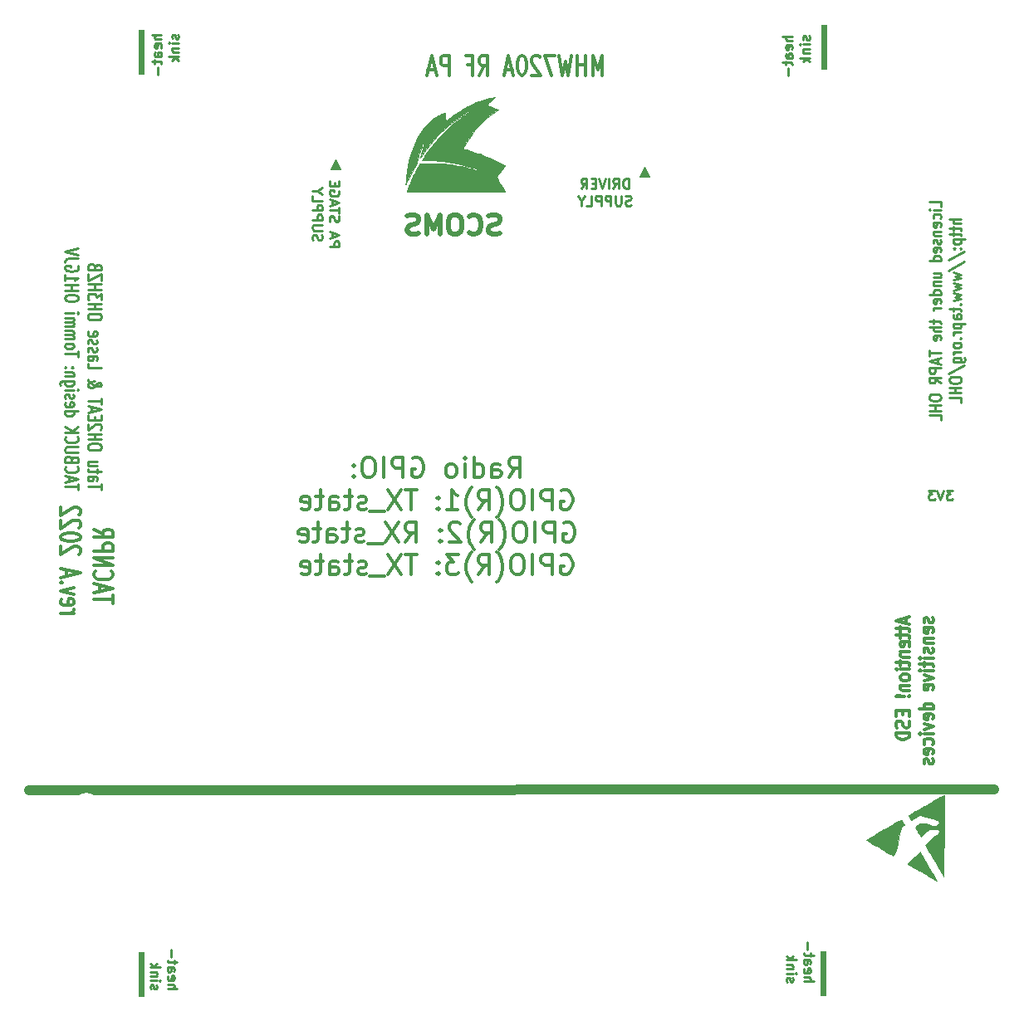
<source format=gbo>
G04 #@! TF.GenerationSoftware,KiCad,Pcbnew,5.99.0+really5.1.10+dfsg1-1*
G04 #@! TF.CreationDate,2022-04-29T12:02:54+03:00*
G04 #@! TF.ProjectId,TACNPR,5441434e-5052-42e6-9b69-6361645f7063,rev?*
G04 #@! TF.SameCoordinates,Original*
G04 #@! TF.FileFunction,Legend,Bot*
G04 #@! TF.FilePolarity,Positive*
%FSLAX46Y46*%
G04 Gerber Fmt 4.6, Leading zero omitted, Abs format (unit mm)*
G04 Created by KiCad (PCBNEW 5.99.0+really5.1.10+dfsg1-1) date 2022-04-29 12:02:54*
%MOMM*%
%LPD*%
G01*
G04 APERTURE LIST*
%ADD10C,0.100000*%
%ADD11C,0.250000*%
%ADD12C,1.000000*%
%ADD13C,0.500000*%
%ADD14C,0.300000*%
%ADD15C,0.350000*%
%ADD16C,0.010000*%
%ADD17C,0.375000*%
%ADD18C,2.350000*%
%ADD19O,1.700000X1.700000*%
%ADD20R,1.700000X1.700000*%
%ADD21C,2.600000*%
%ADD22R,2.600000X2.600000*%
%ADD23C,7.000000*%
%ADD24C,3.900000*%
%ADD25O,0.890000X1.550000*%
%ADD26O,1.250000X0.950000*%
%ADD27C,2.250000*%
%ADD28C,2.050000*%
G04 APERTURE END LIST*
D10*
G36*
X152463500Y-52324000D02*
G01*
X151447500Y-52324000D01*
X151955500Y-51308000D01*
X152463500Y-52324000D01*
G37*
X152463500Y-52324000D02*
X151447500Y-52324000D01*
X151955500Y-51308000D01*
X152463500Y-52324000D01*
D11*
X119802619Y-59443523D02*
X120802619Y-59443523D01*
X120802619Y-59062571D01*
X120755000Y-58967333D01*
X120707380Y-58919714D01*
X120612142Y-58872095D01*
X120469285Y-58872095D01*
X120374047Y-58919714D01*
X120326428Y-58967333D01*
X120278809Y-59062571D01*
X120278809Y-59443523D01*
X120088333Y-58491142D02*
X120088333Y-58014952D01*
X119802619Y-58586380D02*
X120802619Y-58253047D01*
X119802619Y-57919714D01*
X119850238Y-56872095D02*
X119802619Y-56729238D01*
X119802619Y-56491142D01*
X119850238Y-56395904D01*
X119897857Y-56348285D01*
X119993095Y-56300666D01*
X120088333Y-56300666D01*
X120183571Y-56348285D01*
X120231190Y-56395904D01*
X120278809Y-56491142D01*
X120326428Y-56681619D01*
X120374047Y-56776857D01*
X120421666Y-56824476D01*
X120516904Y-56872095D01*
X120612142Y-56872095D01*
X120707380Y-56824476D01*
X120755000Y-56776857D01*
X120802619Y-56681619D01*
X120802619Y-56443523D01*
X120755000Y-56300666D01*
X120802619Y-56014952D02*
X120802619Y-55443523D01*
X119802619Y-55729238D02*
X120802619Y-55729238D01*
X120088333Y-55157809D02*
X120088333Y-54681619D01*
X119802619Y-55253047D02*
X120802619Y-54919714D01*
X119802619Y-54586380D01*
X120755000Y-53729238D02*
X120802619Y-53824476D01*
X120802619Y-53967333D01*
X120755000Y-54110190D01*
X120659761Y-54205428D01*
X120564523Y-54253047D01*
X120374047Y-54300666D01*
X120231190Y-54300666D01*
X120040714Y-54253047D01*
X119945476Y-54205428D01*
X119850238Y-54110190D01*
X119802619Y-53967333D01*
X119802619Y-53872095D01*
X119850238Y-53729238D01*
X119897857Y-53681619D01*
X120231190Y-53681619D01*
X120231190Y-53872095D01*
X120326428Y-53253047D02*
X120326428Y-52919714D01*
X119802619Y-52776857D02*
X119802619Y-53253047D01*
X120802619Y-53253047D01*
X120802619Y-52776857D01*
X118100238Y-58776857D02*
X118052619Y-58634000D01*
X118052619Y-58395904D01*
X118100238Y-58300666D01*
X118147857Y-58253047D01*
X118243095Y-58205428D01*
X118338333Y-58205428D01*
X118433571Y-58253047D01*
X118481190Y-58300666D01*
X118528809Y-58395904D01*
X118576428Y-58586380D01*
X118624047Y-58681619D01*
X118671666Y-58729238D01*
X118766904Y-58776857D01*
X118862142Y-58776857D01*
X118957380Y-58729238D01*
X119005000Y-58681619D01*
X119052619Y-58586380D01*
X119052619Y-58348285D01*
X119005000Y-58205428D01*
X119052619Y-57776857D02*
X118243095Y-57776857D01*
X118147857Y-57729238D01*
X118100238Y-57681619D01*
X118052619Y-57586380D01*
X118052619Y-57395904D01*
X118100238Y-57300666D01*
X118147857Y-57253047D01*
X118243095Y-57205428D01*
X119052619Y-57205428D01*
X118052619Y-56729238D02*
X119052619Y-56729238D01*
X119052619Y-56348285D01*
X119005000Y-56253047D01*
X118957380Y-56205428D01*
X118862142Y-56157809D01*
X118719285Y-56157809D01*
X118624047Y-56205428D01*
X118576428Y-56253047D01*
X118528809Y-56348285D01*
X118528809Y-56729238D01*
X118052619Y-55729238D02*
X119052619Y-55729238D01*
X119052619Y-55348285D01*
X119005000Y-55253047D01*
X118957380Y-55205428D01*
X118862142Y-55157809D01*
X118719285Y-55157809D01*
X118624047Y-55205428D01*
X118576428Y-55253047D01*
X118528809Y-55348285D01*
X118528809Y-55729238D01*
X118052619Y-54253047D02*
X118052619Y-54729238D01*
X119052619Y-54729238D01*
X118528809Y-53729238D02*
X118052619Y-53729238D01*
X119052619Y-54062571D02*
X118528809Y-53729238D01*
X119052619Y-53395904D01*
X183336642Y-84288380D02*
X182717595Y-84288380D01*
X183050928Y-84669333D01*
X182908071Y-84669333D01*
X182812833Y-84716952D01*
X182765214Y-84764571D01*
X182717595Y-84859809D01*
X182717595Y-85097904D01*
X182765214Y-85193142D01*
X182812833Y-85240761D01*
X182908071Y-85288380D01*
X183193785Y-85288380D01*
X183289023Y-85240761D01*
X183336642Y-85193142D01*
X182431880Y-84288380D02*
X182098547Y-85288380D01*
X181765214Y-84288380D01*
X181527119Y-84288380D02*
X180908071Y-84288380D01*
X181241404Y-84669333D01*
X181098547Y-84669333D01*
X181003309Y-84716952D01*
X180955690Y-84764571D01*
X180908071Y-84859809D01*
X180908071Y-85097904D01*
X180955690Y-85193142D01*
X181003309Y-85240761D01*
X181098547Y-85288380D01*
X181384261Y-85288380D01*
X181479500Y-85240761D01*
X181527119Y-85193142D01*
D12*
X89204800Y-114858800D02*
X187604400Y-114757200D01*
D13*
X137175285Y-58086523D02*
X136889571Y-58181761D01*
X136413380Y-58181761D01*
X136222904Y-58086523D01*
X136127666Y-57991285D01*
X136032428Y-57800809D01*
X136032428Y-57610333D01*
X136127666Y-57419857D01*
X136222904Y-57324619D01*
X136413380Y-57229380D01*
X136794333Y-57134142D01*
X136984809Y-57038904D01*
X137080047Y-56943666D01*
X137175285Y-56753190D01*
X137175285Y-56562714D01*
X137080047Y-56372238D01*
X136984809Y-56277000D01*
X136794333Y-56181761D01*
X136318142Y-56181761D01*
X136032428Y-56277000D01*
X134032428Y-57991285D02*
X134127666Y-58086523D01*
X134413380Y-58181761D01*
X134603857Y-58181761D01*
X134889571Y-58086523D01*
X135080047Y-57896047D01*
X135175285Y-57705571D01*
X135270523Y-57324619D01*
X135270523Y-57038904D01*
X135175285Y-56657952D01*
X135080047Y-56467476D01*
X134889571Y-56277000D01*
X134603857Y-56181761D01*
X134413380Y-56181761D01*
X134127666Y-56277000D01*
X134032428Y-56372238D01*
X132794333Y-56181761D02*
X132413380Y-56181761D01*
X132222904Y-56277000D01*
X132032428Y-56467476D01*
X131937190Y-56848428D01*
X131937190Y-57515095D01*
X132032428Y-57896047D01*
X132222904Y-58086523D01*
X132413380Y-58181761D01*
X132794333Y-58181761D01*
X132984809Y-58086523D01*
X133175285Y-57896047D01*
X133270523Y-57515095D01*
X133270523Y-56848428D01*
X133175285Y-56467476D01*
X132984809Y-56277000D01*
X132794333Y-56181761D01*
X131080047Y-58181761D02*
X131080047Y-56181761D01*
X130413380Y-57610333D01*
X129746714Y-56181761D01*
X129746714Y-58181761D01*
X128889571Y-58086523D02*
X128603857Y-58181761D01*
X128127666Y-58181761D01*
X127937190Y-58086523D01*
X127841952Y-57991285D01*
X127746714Y-57800809D01*
X127746714Y-57610333D01*
X127841952Y-57419857D01*
X127937190Y-57324619D01*
X128127666Y-57229380D01*
X128508619Y-57134142D01*
X128699095Y-57038904D01*
X128794333Y-56943666D01*
X128889571Y-56753190D01*
X128889571Y-56562714D01*
X128794333Y-56372238D01*
X128699095Y-56277000D01*
X128508619Y-56181761D01*
X128032428Y-56181761D01*
X127746714Y-56277000D01*
D14*
X138079833Y-82949761D02*
X138746500Y-81997380D01*
X139222690Y-82949761D02*
X139222690Y-80949761D01*
X138460785Y-80949761D01*
X138270309Y-81045000D01*
X138175071Y-81140238D01*
X138079833Y-81330714D01*
X138079833Y-81616428D01*
X138175071Y-81806904D01*
X138270309Y-81902142D01*
X138460785Y-81997380D01*
X139222690Y-81997380D01*
X136365547Y-82949761D02*
X136365547Y-81902142D01*
X136460785Y-81711666D01*
X136651261Y-81616428D01*
X137032214Y-81616428D01*
X137222690Y-81711666D01*
X136365547Y-82854523D02*
X136556023Y-82949761D01*
X137032214Y-82949761D01*
X137222690Y-82854523D01*
X137317928Y-82664047D01*
X137317928Y-82473571D01*
X137222690Y-82283095D01*
X137032214Y-82187857D01*
X136556023Y-82187857D01*
X136365547Y-82092619D01*
X134556023Y-82949761D02*
X134556023Y-80949761D01*
X134556023Y-82854523D02*
X134746500Y-82949761D01*
X135127452Y-82949761D01*
X135317928Y-82854523D01*
X135413166Y-82759285D01*
X135508404Y-82568809D01*
X135508404Y-81997380D01*
X135413166Y-81806904D01*
X135317928Y-81711666D01*
X135127452Y-81616428D01*
X134746500Y-81616428D01*
X134556023Y-81711666D01*
X133603642Y-82949761D02*
X133603642Y-81616428D01*
X133603642Y-80949761D02*
X133698880Y-81045000D01*
X133603642Y-81140238D01*
X133508404Y-81045000D01*
X133603642Y-80949761D01*
X133603642Y-81140238D01*
X132365547Y-82949761D02*
X132556023Y-82854523D01*
X132651261Y-82759285D01*
X132746500Y-82568809D01*
X132746500Y-81997380D01*
X132651261Y-81806904D01*
X132556023Y-81711666D01*
X132365547Y-81616428D01*
X132079833Y-81616428D01*
X131889357Y-81711666D01*
X131794119Y-81806904D01*
X131698880Y-81997380D01*
X131698880Y-82568809D01*
X131794119Y-82759285D01*
X131889357Y-82854523D01*
X132079833Y-82949761D01*
X132365547Y-82949761D01*
X128270309Y-81045000D02*
X128460785Y-80949761D01*
X128746500Y-80949761D01*
X129032214Y-81045000D01*
X129222690Y-81235476D01*
X129317928Y-81425952D01*
X129413166Y-81806904D01*
X129413166Y-82092619D01*
X129317928Y-82473571D01*
X129222690Y-82664047D01*
X129032214Y-82854523D01*
X128746500Y-82949761D01*
X128556023Y-82949761D01*
X128270309Y-82854523D01*
X128175071Y-82759285D01*
X128175071Y-82092619D01*
X128556023Y-82092619D01*
X127317928Y-82949761D02*
X127317928Y-80949761D01*
X126556023Y-80949761D01*
X126365547Y-81045000D01*
X126270309Y-81140238D01*
X126175071Y-81330714D01*
X126175071Y-81616428D01*
X126270309Y-81806904D01*
X126365547Y-81902142D01*
X126556023Y-81997380D01*
X127317928Y-81997380D01*
X125317928Y-82949761D02*
X125317928Y-80949761D01*
X123984595Y-80949761D02*
X123603642Y-80949761D01*
X123413166Y-81045000D01*
X123222690Y-81235476D01*
X123127452Y-81616428D01*
X123127452Y-82283095D01*
X123222690Y-82664047D01*
X123413166Y-82854523D01*
X123603642Y-82949761D01*
X123984595Y-82949761D01*
X124175071Y-82854523D01*
X124365547Y-82664047D01*
X124460785Y-82283095D01*
X124460785Y-81616428D01*
X124365547Y-81235476D01*
X124175071Y-81045000D01*
X123984595Y-80949761D01*
X122270309Y-82759285D02*
X122175071Y-82854523D01*
X122270309Y-82949761D01*
X122365547Y-82854523D01*
X122270309Y-82759285D01*
X122270309Y-82949761D01*
X122270309Y-81711666D02*
X122175071Y-81806904D01*
X122270309Y-81902142D01*
X122365547Y-81806904D01*
X122270309Y-81711666D01*
X122270309Y-81902142D01*
X143460785Y-84345000D02*
X143651261Y-84249761D01*
X143936976Y-84249761D01*
X144222690Y-84345000D01*
X144413166Y-84535476D01*
X144508404Y-84725952D01*
X144603642Y-85106904D01*
X144603642Y-85392619D01*
X144508404Y-85773571D01*
X144413166Y-85964047D01*
X144222690Y-86154523D01*
X143936976Y-86249761D01*
X143746500Y-86249761D01*
X143460785Y-86154523D01*
X143365547Y-86059285D01*
X143365547Y-85392619D01*
X143746500Y-85392619D01*
X142508404Y-86249761D02*
X142508404Y-84249761D01*
X141746500Y-84249761D01*
X141556023Y-84345000D01*
X141460785Y-84440238D01*
X141365547Y-84630714D01*
X141365547Y-84916428D01*
X141460785Y-85106904D01*
X141556023Y-85202142D01*
X141746500Y-85297380D01*
X142508404Y-85297380D01*
X140508404Y-86249761D02*
X140508404Y-84249761D01*
X139175071Y-84249761D02*
X138794119Y-84249761D01*
X138603642Y-84345000D01*
X138413166Y-84535476D01*
X138317928Y-84916428D01*
X138317928Y-85583095D01*
X138413166Y-85964047D01*
X138603642Y-86154523D01*
X138794119Y-86249761D01*
X139175071Y-86249761D01*
X139365547Y-86154523D01*
X139556023Y-85964047D01*
X139651261Y-85583095D01*
X139651261Y-84916428D01*
X139556023Y-84535476D01*
X139365547Y-84345000D01*
X139175071Y-84249761D01*
X136889357Y-87011666D02*
X136984595Y-86916428D01*
X137175071Y-86630714D01*
X137270309Y-86440238D01*
X137365547Y-86154523D01*
X137460785Y-85678333D01*
X137460785Y-85297380D01*
X137365547Y-84821190D01*
X137270309Y-84535476D01*
X137175071Y-84345000D01*
X136984595Y-84059285D01*
X136889357Y-83964047D01*
X134984595Y-86249761D02*
X135651261Y-85297380D01*
X136127452Y-86249761D02*
X136127452Y-84249761D01*
X135365547Y-84249761D01*
X135175071Y-84345000D01*
X135079833Y-84440238D01*
X134984595Y-84630714D01*
X134984595Y-84916428D01*
X135079833Y-85106904D01*
X135175071Y-85202142D01*
X135365547Y-85297380D01*
X136127452Y-85297380D01*
X134317928Y-87011666D02*
X134222690Y-86916428D01*
X134032214Y-86630714D01*
X133936976Y-86440238D01*
X133841738Y-86154523D01*
X133746500Y-85678333D01*
X133746500Y-85297380D01*
X133841738Y-84821190D01*
X133936976Y-84535476D01*
X134032214Y-84345000D01*
X134222690Y-84059285D01*
X134317928Y-83964047D01*
X131746500Y-86249761D02*
X132889357Y-86249761D01*
X132317928Y-86249761D02*
X132317928Y-84249761D01*
X132508404Y-84535476D01*
X132698880Y-84725952D01*
X132889357Y-84821190D01*
X130889357Y-86059285D02*
X130794119Y-86154523D01*
X130889357Y-86249761D01*
X130984595Y-86154523D01*
X130889357Y-86059285D01*
X130889357Y-86249761D01*
X130889357Y-85011666D02*
X130794119Y-85106904D01*
X130889357Y-85202142D01*
X130984595Y-85106904D01*
X130889357Y-85011666D01*
X130889357Y-85202142D01*
X128698880Y-84249761D02*
X127556023Y-84249761D01*
X128127452Y-86249761D02*
X128127452Y-84249761D01*
X127079833Y-84249761D02*
X125746500Y-86249761D01*
X125746500Y-84249761D02*
X127079833Y-86249761D01*
X125460785Y-86440238D02*
X123936976Y-86440238D01*
X123556023Y-86154523D02*
X123365547Y-86249761D01*
X122984595Y-86249761D01*
X122794119Y-86154523D01*
X122698880Y-85964047D01*
X122698880Y-85868809D01*
X122794119Y-85678333D01*
X122984595Y-85583095D01*
X123270309Y-85583095D01*
X123460785Y-85487857D01*
X123556023Y-85297380D01*
X123556023Y-85202142D01*
X123460785Y-85011666D01*
X123270309Y-84916428D01*
X122984595Y-84916428D01*
X122794119Y-85011666D01*
X122127452Y-84916428D02*
X121365547Y-84916428D01*
X121841738Y-84249761D02*
X121841738Y-85964047D01*
X121746500Y-86154523D01*
X121556023Y-86249761D01*
X121365547Y-86249761D01*
X119841738Y-86249761D02*
X119841738Y-85202142D01*
X119936976Y-85011666D01*
X120127452Y-84916428D01*
X120508404Y-84916428D01*
X120698880Y-85011666D01*
X119841738Y-86154523D02*
X120032214Y-86249761D01*
X120508404Y-86249761D01*
X120698880Y-86154523D01*
X120794119Y-85964047D01*
X120794119Y-85773571D01*
X120698880Y-85583095D01*
X120508404Y-85487857D01*
X120032214Y-85487857D01*
X119841738Y-85392619D01*
X119175071Y-84916428D02*
X118413166Y-84916428D01*
X118889357Y-84249761D02*
X118889357Y-85964047D01*
X118794119Y-86154523D01*
X118603642Y-86249761D01*
X118413166Y-86249761D01*
X116984595Y-86154523D02*
X117175071Y-86249761D01*
X117556023Y-86249761D01*
X117746500Y-86154523D01*
X117841738Y-85964047D01*
X117841738Y-85202142D01*
X117746500Y-85011666D01*
X117556023Y-84916428D01*
X117175071Y-84916428D01*
X116984595Y-85011666D01*
X116889357Y-85202142D01*
X116889357Y-85392619D01*
X117841738Y-85583095D01*
X143698880Y-87645000D02*
X143889357Y-87549761D01*
X144175071Y-87549761D01*
X144460785Y-87645000D01*
X144651261Y-87835476D01*
X144746500Y-88025952D01*
X144841738Y-88406904D01*
X144841738Y-88692619D01*
X144746500Y-89073571D01*
X144651261Y-89264047D01*
X144460785Y-89454523D01*
X144175071Y-89549761D01*
X143984595Y-89549761D01*
X143698880Y-89454523D01*
X143603642Y-89359285D01*
X143603642Y-88692619D01*
X143984595Y-88692619D01*
X142746500Y-89549761D02*
X142746500Y-87549761D01*
X141984595Y-87549761D01*
X141794119Y-87645000D01*
X141698880Y-87740238D01*
X141603642Y-87930714D01*
X141603642Y-88216428D01*
X141698880Y-88406904D01*
X141794119Y-88502142D01*
X141984595Y-88597380D01*
X142746500Y-88597380D01*
X140746500Y-89549761D02*
X140746500Y-87549761D01*
X139413166Y-87549761D02*
X139032214Y-87549761D01*
X138841738Y-87645000D01*
X138651261Y-87835476D01*
X138556023Y-88216428D01*
X138556023Y-88883095D01*
X138651261Y-89264047D01*
X138841738Y-89454523D01*
X139032214Y-89549761D01*
X139413166Y-89549761D01*
X139603642Y-89454523D01*
X139794119Y-89264047D01*
X139889357Y-88883095D01*
X139889357Y-88216428D01*
X139794119Y-87835476D01*
X139603642Y-87645000D01*
X139413166Y-87549761D01*
X137127452Y-90311666D02*
X137222690Y-90216428D01*
X137413166Y-89930714D01*
X137508404Y-89740238D01*
X137603642Y-89454523D01*
X137698880Y-88978333D01*
X137698880Y-88597380D01*
X137603642Y-88121190D01*
X137508404Y-87835476D01*
X137413166Y-87645000D01*
X137222690Y-87359285D01*
X137127452Y-87264047D01*
X135222690Y-89549761D02*
X135889357Y-88597380D01*
X136365547Y-89549761D02*
X136365547Y-87549761D01*
X135603642Y-87549761D01*
X135413166Y-87645000D01*
X135317928Y-87740238D01*
X135222690Y-87930714D01*
X135222690Y-88216428D01*
X135317928Y-88406904D01*
X135413166Y-88502142D01*
X135603642Y-88597380D01*
X136365547Y-88597380D01*
X134556023Y-90311666D02*
X134460785Y-90216428D01*
X134270309Y-89930714D01*
X134175071Y-89740238D01*
X134079833Y-89454523D01*
X133984595Y-88978333D01*
X133984595Y-88597380D01*
X134079833Y-88121190D01*
X134175071Y-87835476D01*
X134270309Y-87645000D01*
X134460785Y-87359285D01*
X134556023Y-87264047D01*
X133127452Y-87740238D02*
X133032214Y-87645000D01*
X132841738Y-87549761D01*
X132365547Y-87549761D01*
X132175071Y-87645000D01*
X132079833Y-87740238D01*
X131984595Y-87930714D01*
X131984595Y-88121190D01*
X132079833Y-88406904D01*
X133222690Y-89549761D01*
X131984595Y-89549761D01*
X131127452Y-89359285D02*
X131032214Y-89454523D01*
X131127452Y-89549761D01*
X131222690Y-89454523D01*
X131127452Y-89359285D01*
X131127452Y-89549761D01*
X131127452Y-88311666D02*
X131032214Y-88406904D01*
X131127452Y-88502142D01*
X131222690Y-88406904D01*
X131127452Y-88311666D01*
X131127452Y-88502142D01*
X127508404Y-89549761D02*
X128175071Y-88597380D01*
X128651261Y-89549761D02*
X128651261Y-87549761D01*
X127889357Y-87549761D01*
X127698880Y-87645000D01*
X127603642Y-87740238D01*
X127508404Y-87930714D01*
X127508404Y-88216428D01*
X127603642Y-88406904D01*
X127698880Y-88502142D01*
X127889357Y-88597380D01*
X128651261Y-88597380D01*
X126841738Y-87549761D02*
X125508404Y-89549761D01*
X125508404Y-87549761D02*
X126841738Y-89549761D01*
X125222690Y-89740238D02*
X123698880Y-89740238D01*
X123317928Y-89454523D02*
X123127452Y-89549761D01*
X122746500Y-89549761D01*
X122556023Y-89454523D01*
X122460785Y-89264047D01*
X122460785Y-89168809D01*
X122556023Y-88978333D01*
X122746500Y-88883095D01*
X123032214Y-88883095D01*
X123222690Y-88787857D01*
X123317928Y-88597380D01*
X123317928Y-88502142D01*
X123222690Y-88311666D01*
X123032214Y-88216428D01*
X122746500Y-88216428D01*
X122556023Y-88311666D01*
X121889357Y-88216428D02*
X121127452Y-88216428D01*
X121603642Y-87549761D02*
X121603642Y-89264047D01*
X121508404Y-89454523D01*
X121317928Y-89549761D01*
X121127452Y-89549761D01*
X119603642Y-89549761D02*
X119603642Y-88502142D01*
X119698880Y-88311666D01*
X119889357Y-88216428D01*
X120270309Y-88216428D01*
X120460785Y-88311666D01*
X119603642Y-89454523D02*
X119794119Y-89549761D01*
X120270309Y-89549761D01*
X120460785Y-89454523D01*
X120556023Y-89264047D01*
X120556023Y-89073571D01*
X120460785Y-88883095D01*
X120270309Y-88787857D01*
X119794119Y-88787857D01*
X119603642Y-88692619D01*
X118936976Y-88216428D02*
X118175071Y-88216428D01*
X118651261Y-87549761D02*
X118651261Y-89264047D01*
X118556023Y-89454523D01*
X118365547Y-89549761D01*
X118175071Y-89549761D01*
X116746500Y-89454523D02*
X116936976Y-89549761D01*
X117317928Y-89549761D01*
X117508404Y-89454523D01*
X117603642Y-89264047D01*
X117603642Y-88502142D01*
X117508404Y-88311666D01*
X117317928Y-88216428D01*
X116936976Y-88216428D01*
X116746500Y-88311666D01*
X116651261Y-88502142D01*
X116651261Y-88692619D01*
X117603642Y-88883095D01*
X143460785Y-90945000D02*
X143651261Y-90849761D01*
X143936976Y-90849761D01*
X144222690Y-90945000D01*
X144413166Y-91135476D01*
X144508404Y-91325952D01*
X144603642Y-91706904D01*
X144603642Y-91992619D01*
X144508404Y-92373571D01*
X144413166Y-92564047D01*
X144222690Y-92754523D01*
X143936976Y-92849761D01*
X143746500Y-92849761D01*
X143460785Y-92754523D01*
X143365547Y-92659285D01*
X143365547Y-91992619D01*
X143746500Y-91992619D01*
X142508404Y-92849761D02*
X142508404Y-90849761D01*
X141746500Y-90849761D01*
X141556023Y-90945000D01*
X141460785Y-91040238D01*
X141365547Y-91230714D01*
X141365547Y-91516428D01*
X141460785Y-91706904D01*
X141556023Y-91802142D01*
X141746500Y-91897380D01*
X142508404Y-91897380D01*
X140508404Y-92849761D02*
X140508404Y-90849761D01*
X139175071Y-90849761D02*
X138794119Y-90849761D01*
X138603642Y-90945000D01*
X138413166Y-91135476D01*
X138317928Y-91516428D01*
X138317928Y-92183095D01*
X138413166Y-92564047D01*
X138603642Y-92754523D01*
X138794119Y-92849761D01*
X139175071Y-92849761D01*
X139365547Y-92754523D01*
X139556023Y-92564047D01*
X139651261Y-92183095D01*
X139651261Y-91516428D01*
X139556023Y-91135476D01*
X139365547Y-90945000D01*
X139175071Y-90849761D01*
X136889357Y-93611666D02*
X136984595Y-93516428D01*
X137175071Y-93230714D01*
X137270309Y-93040238D01*
X137365547Y-92754523D01*
X137460785Y-92278333D01*
X137460785Y-91897380D01*
X137365547Y-91421190D01*
X137270309Y-91135476D01*
X137175071Y-90945000D01*
X136984595Y-90659285D01*
X136889357Y-90564047D01*
X134984595Y-92849761D02*
X135651261Y-91897380D01*
X136127452Y-92849761D02*
X136127452Y-90849761D01*
X135365547Y-90849761D01*
X135175071Y-90945000D01*
X135079833Y-91040238D01*
X134984595Y-91230714D01*
X134984595Y-91516428D01*
X135079833Y-91706904D01*
X135175071Y-91802142D01*
X135365547Y-91897380D01*
X136127452Y-91897380D01*
X134317928Y-93611666D02*
X134222690Y-93516428D01*
X134032214Y-93230714D01*
X133936976Y-93040238D01*
X133841738Y-92754523D01*
X133746500Y-92278333D01*
X133746500Y-91897380D01*
X133841738Y-91421190D01*
X133936976Y-91135476D01*
X134032214Y-90945000D01*
X134222690Y-90659285D01*
X134317928Y-90564047D01*
X132984595Y-90849761D02*
X131746500Y-90849761D01*
X132413166Y-91611666D01*
X132127452Y-91611666D01*
X131936976Y-91706904D01*
X131841738Y-91802142D01*
X131746500Y-91992619D01*
X131746500Y-92468809D01*
X131841738Y-92659285D01*
X131936976Y-92754523D01*
X132127452Y-92849761D01*
X132698880Y-92849761D01*
X132889357Y-92754523D01*
X132984595Y-92659285D01*
X130889357Y-92659285D02*
X130794119Y-92754523D01*
X130889357Y-92849761D01*
X130984595Y-92754523D01*
X130889357Y-92659285D01*
X130889357Y-92849761D01*
X130889357Y-91611666D02*
X130794119Y-91706904D01*
X130889357Y-91802142D01*
X130984595Y-91706904D01*
X130889357Y-91611666D01*
X130889357Y-91802142D01*
X128698880Y-90849761D02*
X127556023Y-90849761D01*
X128127452Y-92849761D02*
X128127452Y-90849761D01*
X127079833Y-90849761D02*
X125746500Y-92849761D01*
X125746500Y-90849761D02*
X127079833Y-92849761D01*
X125460785Y-93040238D02*
X123936976Y-93040238D01*
X123556023Y-92754523D02*
X123365547Y-92849761D01*
X122984595Y-92849761D01*
X122794119Y-92754523D01*
X122698880Y-92564047D01*
X122698880Y-92468809D01*
X122794119Y-92278333D01*
X122984595Y-92183095D01*
X123270309Y-92183095D01*
X123460785Y-92087857D01*
X123556023Y-91897380D01*
X123556023Y-91802142D01*
X123460785Y-91611666D01*
X123270309Y-91516428D01*
X122984595Y-91516428D01*
X122794119Y-91611666D01*
X122127452Y-91516428D02*
X121365547Y-91516428D01*
X121841738Y-90849761D02*
X121841738Y-92564047D01*
X121746500Y-92754523D01*
X121556023Y-92849761D01*
X121365547Y-92849761D01*
X119841738Y-92849761D02*
X119841738Y-91802142D01*
X119936976Y-91611666D01*
X120127452Y-91516428D01*
X120508404Y-91516428D01*
X120698880Y-91611666D01*
X119841738Y-92754523D02*
X120032214Y-92849761D01*
X120508404Y-92849761D01*
X120698880Y-92754523D01*
X120794119Y-92564047D01*
X120794119Y-92373571D01*
X120698880Y-92183095D01*
X120508404Y-92087857D01*
X120032214Y-92087857D01*
X119841738Y-91992619D01*
X119175071Y-91516428D02*
X118413166Y-91516428D01*
X118889357Y-90849761D02*
X118889357Y-92564047D01*
X118794119Y-92754523D01*
X118603642Y-92849761D01*
X118413166Y-92849761D01*
X116984595Y-92754523D02*
X117175071Y-92849761D01*
X117556023Y-92849761D01*
X117746500Y-92754523D01*
X117841738Y-92564047D01*
X117841738Y-91802142D01*
X117746500Y-91611666D01*
X117556023Y-91516428D01*
X117175071Y-91516428D01*
X116984595Y-91611666D01*
X116889357Y-91802142D01*
X116889357Y-91992619D01*
X117841738Y-92183095D01*
X178560533Y-97299171D02*
X178560533Y-97870600D01*
X178960533Y-97184885D02*
X177560533Y-97584885D01*
X178960533Y-97984885D01*
X178027200Y-98213457D02*
X178027200Y-98670600D01*
X177560533Y-98384885D02*
X178760533Y-98384885D01*
X178893866Y-98442028D01*
X178960533Y-98556314D01*
X178960533Y-98670600D01*
X178027200Y-98899171D02*
X178027200Y-99356314D01*
X177560533Y-99070600D02*
X178760533Y-99070600D01*
X178893866Y-99127742D01*
X178960533Y-99242028D01*
X178960533Y-99356314D01*
X178893866Y-100213457D02*
X178960533Y-100099171D01*
X178960533Y-99870600D01*
X178893866Y-99756314D01*
X178760533Y-99699171D01*
X178227200Y-99699171D01*
X178093866Y-99756314D01*
X178027200Y-99870600D01*
X178027200Y-100099171D01*
X178093866Y-100213457D01*
X178227200Y-100270600D01*
X178360533Y-100270600D01*
X178493866Y-99699171D01*
X178027200Y-100784885D02*
X178960533Y-100784885D01*
X178160533Y-100784885D02*
X178093866Y-100842028D01*
X178027200Y-100956314D01*
X178027200Y-101127742D01*
X178093866Y-101242028D01*
X178227200Y-101299171D01*
X178960533Y-101299171D01*
X178027200Y-101699171D02*
X178027200Y-102156314D01*
X177560533Y-101870600D02*
X178760533Y-101870600D01*
X178893866Y-101927742D01*
X178960533Y-102042028D01*
X178960533Y-102156314D01*
X178960533Y-102556314D02*
X178027200Y-102556314D01*
X177560533Y-102556314D02*
X177627200Y-102499171D01*
X177693866Y-102556314D01*
X177627200Y-102613457D01*
X177560533Y-102556314D01*
X177693866Y-102556314D01*
X178960533Y-103299171D02*
X178893866Y-103184885D01*
X178827200Y-103127742D01*
X178693866Y-103070600D01*
X178293866Y-103070600D01*
X178160533Y-103127742D01*
X178093866Y-103184885D01*
X178027200Y-103299171D01*
X178027200Y-103470600D01*
X178093866Y-103584885D01*
X178160533Y-103642028D01*
X178293866Y-103699171D01*
X178693866Y-103699171D01*
X178827200Y-103642028D01*
X178893866Y-103584885D01*
X178960533Y-103470600D01*
X178960533Y-103299171D01*
X178027200Y-104213457D02*
X178960533Y-104213457D01*
X178160533Y-104213457D02*
X178093866Y-104270600D01*
X178027200Y-104384885D01*
X178027200Y-104556314D01*
X178093866Y-104670600D01*
X178227200Y-104727742D01*
X178960533Y-104727742D01*
X178827200Y-105299171D02*
X178893866Y-105356314D01*
X178960533Y-105299171D01*
X178893866Y-105242028D01*
X178827200Y-105299171D01*
X178960533Y-105299171D01*
X178427200Y-105299171D02*
X177627200Y-105242028D01*
X177560533Y-105299171D01*
X177627200Y-105356314D01*
X178427200Y-105299171D01*
X177560533Y-105299171D01*
X178227200Y-106784885D02*
X178227200Y-107184885D01*
X178960533Y-107356314D02*
X178960533Y-106784885D01*
X177560533Y-106784885D01*
X177560533Y-107356314D01*
X178893866Y-107813457D02*
X178960533Y-107984885D01*
X178960533Y-108270600D01*
X178893866Y-108384885D01*
X178827200Y-108442028D01*
X178693866Y-108499171D01*
X178560533Y-108499171D01*
X178427200Y-108442028D01*
X178360533Y-108384885D01*
X178293866Y-108270600D01*
X178227200Y-108042028D01*
X178160533Y-107927742D01*
X178093866Y-107870600D01*
X177960533Y-107813457D01*
X177827200Y-107813457D01*
X177693866Y-107870600D01*
X177627200Y-107927742D01*
X177560533Y-108042028D01*
X177560533Y-108327742D01*
X177627200Y-108499171D01*
X178960533Y-109013457D02*
X177560533Y-109013457D01*
X177560533Y-109299171D01*
X177627200Y-109470600D01*
X177760533Y-109584885D01*
X177893866Y-109642028D01*
X178160533Y-109699171D01*
X178360533Y-109699171D01*
X178627200Y-109642028D01*
X178760533Y-109584885D01*
X178893866Y-109470600D01*
X178960533Y-109299171D01*
X178960533Y-109013457D01*
X181293866Y-97299171D02*
X181360533Y-97413457D01*
X181360533Y-97642028D01*
X181293866Y-97756314D01*
X181160533Y-97813457D01*
X181093866Y-97813457D01*
X180960533Y-97756314D01*
X180893866Y-97642028D01*
X180893866Y-97470600D01*
X180827200Y-97356314D01*
X180693866Y-97299171D01*
X180627200Y-97299171D01*
X180493866Y-97356314D01*
X180427200Y-97470600D01*
X180427200Y-97642028D01*
X180493866Y-97756314D01*
X181293866Y-98784885D02*
X181360533Y-98670600D01*
X181360533Y-98442028D01*
X181293866Y-98327742D01*
X181160533Y-98270600D01*
X180627200Y-98270600D01*
X180493866Y-98327742D01*
X180427200Y-98442028D01*
X180427200Y-98670600D01*
X180493866Y-98784885D01*
X180627200Y-98842028D01*
X180760533Y-98842028D01*
X180893866Y-98270600D01*
X180427200Y-99356314D02*
X181360533Y-99356314D01*
X180560533Y-99356314D02*
X180493866Y-99413457D01*
X180427200Y-99527742D01*
X180427200Y-99699171D01*
X180493866Y-99813457D01*
X180627200Y-99870600D01*
X181360533Y-99870600D01*
X181293866Y-100384885D02*
X181360533Y-100499171D01*
X181360533Y-100727742D01*
X181293866Y-100842028D01*
X181160533Y-100899171D01*
X181093866Y-100899171D01*
X180960533Y-100842028D01*
X180893866Y-100727742D01*
X180893866Y-100556314D01*
X180827200Y-100442028D01*
X180693866Y-100384885D01*
X180627200Y-100384885D01*
X180493866Y-100442028D01*
X180427200Y-100556314D01*
X180427200Y-100727742D01*
X180493866Y-100842028D01*
X181360533Y-101413457D02*
X180427200Y-101413457D01*
X179960533Y-101413457D02*
X180027200Y-101356314D01*
X180093866Y-101413457D01*
X180027200Y-101470600D01*
X179960533Y-101413457D01*
X180093866Y-101413457D01*
X180427200Y-101813457D02*
X180427200Y-102270600D01*
X179960533Y-101984885D02*
X181160533Y-101984885D01*
X181293866Y-102042028D01*
X181360533Y-102156314D01*
X181360533Y-102270600D01*
X181360533Y-102670600D02*
X180427200Y-102670600D01*
X179960533Y-102670600D02*
X180027200Y-102613457D01*
X180093866Y-102670600D01*
X180027200Y-102727742D01*
X179960533Y-102670600D01*
X180093866Y-102670600D01*
X180427200Y-103127742D02*
X181360533Y-103413457D01*
X180427200Y-103699171D01*
X181293866Y-104613457D02*
X181360533Y-104499171D01*
X181360533Y-104270600D01*
X181293866Y-104156314D01*
X181160533Y-104099171D01*
X180627200Y-104099171D01*
X180493866Y-104156314D01*
X180427200Y-104270600D01*
X180427200Y-104499171D01*
X180493866Y-104613457D01*
X180627200Y-104670600D01*
X180760533Y-104670600D01*
X180893866Y-104099171D01*
X181360533Y-106613457D02*
X179960533Y-106613457D01*
X181293866Y-106613457D02*
X181360533Y-106499171D01*
X181360533Y-106270600D01*
X181293866Y-106156314D01*
X181227200Y-106099171D01*
X181093866Y-106042028D01*
X180693866Y-106042028D01*
X180560533Y-106099171D01*
X180493866Y-106156314D01*
X180427200Y-106270600D01*
X180427200Y-106499171D01*
X180493866Y-106613457D01*
X181293866Y-107642028D02*
X181360533Y-107527742D01*
X181360533Y-107299171D01*
X181293866Y-107184885D01*
X181160533Y-107127742D01*
X180627200Y-107127742D01*
X180493866Y-107184885D01*
X180427200Y-107299171D01*
X180427200Y-107527742D01*
X180493866Y-107642028D01*
X180627200Y-107699171D01*
X180760533Y-107699171D01*
X180893866Y-107127742D01*
X180427200Y-108099171D02*
X181360533Y-108384885D01*
X180427200Y-108670600D01*
X181360533Y-109127742D02*
X180427200Y-109127742D01*
X179960533Y-109127742D02*
X180027200Y-109070600D01*
X180093866Y-109127742D01*
X180027200Y-109184885D01*
X179960533Y-109127742D01*
X180093866Y-109127742D01*
X181293866Y-110213457D02*
X181360533Y-110099171D01*
X181360533Y-109870600D01*
X181293866Y-109756314D01*
X181227200Y-109699171D01*
X181093866Y-109642028D01*
X180693866Y-109642028D01*
X180560533Y-109699171D01*
X180493866Y-109756314D01*
X180427200Y-109870600D01*
X180427200Y-110099171D01*
X180493866Y-110213457D01*
X181293866Y-111184885D02*
X181360533Y-111070600D01*
X181360533Y-110842028D01*
X181293866Y-110727742D01*
X181160533Y-110670600D01*
X180627200Y-110670600D01*
X180493866Y-110727742D01*
X180427200Y-110842028D01*
X180427200Y-111070600D01*
X180493866Y-111184885D01*
X180627200Y-111242028D01*
X180760533Y-111242028D01*
X180893866Y-110670600D01*
X181293866Y-111699171D02*
X181360533Y-111813457D01*
X181360533Y-112042028D01*
X181293866Y-112156314D01*
X181160533Y-112213457D01*
X181093866Y-112213457D01*
X180960533Y-112156314D01*
X180893866Y-112042028D01*
X180893866Y-111870600D01*
X180827200Y-111756314D01*
X180693866Y-111699171D01*
X180627200Y-111699171D01*
X180493866Y-111756314D01*
X180427200Y-111870600D01*
X180427200Y-112042028D01*
X180493866Y-112156314D01*
D11*
X96556666Y-84197261D02*
X96556666Y-83625833D01*
X95156666Y-83911547D02*
X96556666Y-83911547D01*
X95156666Y-82863928D02*
X95890000Y-82863928D01*
X96023333Y-82911547D01*
X96090000Y-83006785D01*
X96090000Y-83197261D01*
X96023333Y-83292500D01*
X95223333Y-82863928D02*
X95156666Y-82959166D01*
X95156666Y-83197261D01*
X95223333Y-83292500D01*
X95356666Y-83340119D01*
X95490000Y-83340119D01*
X95623333Y-83292500D01*
X95690000Y-83197261D01*
X95690000Y-82959166D01*
X95756666Y-82863928D01*
X96090000Y-82530595D02*
X96090000Y-82149642D01*
X96556666Y-82387738D02*
X95356666Y-82387738D01*
X95223333Y-82340119D01*
X95156666Y-82244880D01*
X95156666Y-82149642D01*
X96090000Y-81387738D02*
X95156666Y-81387738D01*
X96090000Y-81816309D02*
X95356666Y-81816309D01*
X95223333Y-81768690D01*
X95156666Y-81673452D01*
X95156666Y-81530595D01*
X95223333Y-81435357D01*
X95290000Y-81387738D01*
X96556666Y-79959166D02*
X96556666Y-79768690D01*
X96490000Y-79673452D01*
X96356666Y-79578214D01*
X96090000Y-79530595D01*
X95623333Y-79530595D01*
X95356666Y-79578214D01*
X95223333Y-79673452D01*
X95156666Y-79768690D01*
X95156666Y-79959166D01*
X95223333Y-80054404D01*
X95356666Y-80149642D01*
X95623333Y-80197261D01*
X96090000Y-80197261D01*
X96356666Y-80149642D01*
X96490000Y-80054404D01*
X96556666Y-79959166D01*
X95156666Y-79102023D02*
X96556666Y-79102023D01*
X95890000Y-79102023D02*
X95890000Y-78530595D01*
X95156666Y-78530595D02*
X96556666Y-78530595D01*
X96423333Y-78102023D02*
X96490000Y-78054404D01*
X96556666Y-77959166D01*
X96556666Y-77721071D01*
X96490000Y-77625833D01*
X96423333Y-77578214D01*
X96290000Y-77530595D01*
X96156666Y-77530595D01*
X95956666Y-77578214D01*
X95156666Y-78149642D01*
X95156666Y-77530595D01*
X95890000Y-77102023D02*
X95890000Y-76768690D01*
X95156666Y-76625833D02*
X95156666Y-77102023D01*
X96556666Y-77102023D01*
X96556666Y-76625833D01*
X95556666Y-76244880D02*
X95556666Y-75768690D01*
X95156666Y-76340119D02*
X96556666Y-76006785D01*
X95156666Y-75673452D01*
X96556666Y-75482976D02*
X96556666Y-74911547D01*
X95156666Y-75197261D02*
X96556666Y-75197261D01*
X95156666Y-73006785D02*
X95156666Y-73054404D01*
X95223333Y-73149642D01*
X95423333Y-73292500D01*
X95823333Y-73530595D01*
X96023333Y-73625833D01*
X96223333Y-73673452D01*
X96356666Y-73673452D01*
X96490000Y-73625833D01*
X96556666Y-73530595D01*
X96556666Y-73482976D01*
X96490000Y-73387738D01*
X96356666Y-73340119D01*
X96290000Y-73340119D01*
X96156666Y-73387738D01*
X96090000Y-73435357D01*
X95823333Y-73721071D01*
X95756666Y-73768690D01*
X95623333Y-73816309D01*
X95423333Y-73816309D01*
X95290000Y-73768690D01*
X95223333Y-73721071D01*
X95156666Y-73625833D01*
X95156666Y-73482976D01*
X95223333Y-73387738D01*
X95290000Y-73340119D01*
X95556666Y-73197261D01*
X95756666Y-73149642D01*
X95890000Y-73149642D01*
X95156666Y-71340119D02*
X95156666Y-71816309D01*
X96556666Y-71816309D01*
X95156666Y-70578214D02*
X95890000Y-70578214D01*
X96023333Y-70625833D01*
X96090000Y-70721071D01*
X96090000Y-70911547D01*
X96023333Y-71006785D01*
X95223333Y-70578214D02*
X95156666Y-70673452D01*
X95156666Y-70911547D01*
X95223333Y-71006785D01*
X95356666Y-71054404D01*
X95490000Y-71054404D01*
X95623333Y-71006785D01*
X95690000Y-70911547D01*
X95690000Y-70673452D01*
X95756666Y-70578214D01*
X95223333Y-70149642D02*
X95156666Y-70054404D01*
X95156666Y-69863928D01*
X95223333Y-69768690D01*
X95356666Y-69721071D01*
X95423333Y-69721071D01*
X95556666Y-69768690D01*
X95623333Y-69863928D01*
X95623333Y-70006785D01*
X95690000Y-70102023D01*
X95823333Y-70149642D01*
X95890000Y-70149642D01*
X96023333Y-70102023D01*
X96090000Y-70006785D01*
X96090000Y-69863928D01*
X96023333Y-69768690D01*
X95223333Y-69340119D02*
X95156666Y-69244880D01*
X95156666Y-69054404D01*
X95223333Y-68959166D01*
X95356666Y-68911547D01*
X95423333Y-68911547D01*
X95556666Y-68959166D01*
X95623333Y-69054404D01*
X95623333Y-69197261D01*
X95690000Y-69292500D01*
X95823333Y-69340119D01*
X95890000Y-69340119D01*
X96023333Y-69292500D01*
X96090000Y-69197261D01*
X96090000Y-69054404D01*
X96023333Y-68959166D01*
X95223333Y-68102023D02*
X95156666Y-68197261D01*
X95156666Y-68387738D01*
X95223333Y-68482976D01*
X95356666Y-68530595D01*
X95890000Y-68530595D01*
X96023333Y-68482976D01*
X96090000Y-68387738D01*
X96090000Y-68197261D01*
X96023333Y-68102023D01*
X95890000Y-68054404D01*
X95756666Y-68054404D01*
X95623333Y-68530595D01*
X96556666Y-66673452D02*
X96556666Y-66482976D01*
X96490000Y-66387738D01*
X96356666Y-66292500D01*
X96090000Y-66244880D01*
X95623333Y-66244880D01*
X95356666Y-66292500D01*
X95223333Y-66387738D01*
X95156666Y-66482976D01*
X95156666Y-66673452D01*
X95223333Y-66768690D01*
X95356666Y-66863928D01*
X95623333Y-66911547D01*
X96090000Y-66911547D01*
X96356666Y-66863928D01*
X96490000Y-66768690D01*
X96556666Y-66673452D01*
X95156666Y-65816309D02*
X96556666Y-65816309D01*
X95890000Y-65816309D02*
X95890000Y-65244880D01*
X95156666Y-65244880D02*
X96556666Y-65244880D01*
X96556666Y-64863928D02*
X96556666Y-64244880D01*
X96023333Y-64578214D01*
X96023333Y-64435357D01*
X95956666Y-64340119D01*
X95890000Y-64292500D01*
X95756666Y-64244880D01*
X95423333Y-64244880D01*
X95290000Y-64292500D01*
X95223333Y-64340119D01*
X95156666Y-64435357D01*
X95156666Y-64721071D01*
X95223333Y-64816309D01*
X95290000Y-64863928D01*
X95156666Y-63816309D02*
X96556666Y-63816309D01*
X95890000Y-63816309D02*
X95890000Y-63244880D01*
X95156666Y-63244880D02*
X96556666Y-63244880D01*
X96556666Y-62863928D02*
X96556666Y-62197261D01*
X95156666Y-62863928D01*
X95156666Y-62197261D01*
X95890000Y-61482976D02*
X95823333Y-61340119D01*
X95756666Y-61292500D01*
X95623333Y-61244880D01*
X95423333Y-61244880D01*
X95290000Y-61292500D01*
X95223333Y-61340119D01*
X95156666Y-61435357D01*
X95156666Y-61816309D01*
X96556666Y-61816309D01*
X96556666Y-61482976D01*
X96490000Y-61387738D01*
X96423333Y-61340119D01*
X96290000Y-61292500D01*
X96156666Y-61292500D01*
X96023333Y-61340119D01*
X95956666Y-61387738D01*
X95890000Y-61482976D01*
X95890000Y-61816309D01*
X94206666Y-84197261D02*
X94206666Y-83625833D01*
X92806666Y-83911547D02*
X94206666Y-83911547D01*
X93206666Y-83340119D02*
X93206666Y-82863928D01*
X92806666Y-83435357D02*
X94206666Y-83102023D01*
X92806666Y-82768690D01*
X92940000Y-81863928D02*
X92873333Y-81911547D01*
X92806666Y-82054404D01*
X92806666Y-82149642D01*
X92873333Y-82292500D01*
X93006666Y-82387738D01*
X93140000Y-82435357D01*
X93406666Y-82482976D01*
X93606666Y-82482976D01*
X93873333Y-82435357D01*
X94006666Y-82387738D01*
X94140000Y-82292500D01*
X94206666Y-82149642D01*
X94206666Y-82054404D01*
X94140000Y-81911547D01*
X94073333Y-81863928D01*
X93540000Y-81102023D02*
X93473333Y-80959166D01*
X93406666Y-80911547D01*
X93273333Y-80863928D01*
X93073333Y-80863928D01*
X92940000Y-80911547D01*
X92873333Y-80959166D01*
X92806666Y-81054404D01*
X92806666Y-81435357D01*
X94206666Y-81435357D01*
X94206666Y-81102023D01*
X94140000Y-81006785D01*
X94073333Y-80959166D01*
X93940000Y-80911547D01*
X93806666Y-80911547D01*
X93673333Y-80959166D01*
X93606666Y-81006785D01*
X93540000Y-81102023D01*
X93540000Y-81435357D01*
X94206666Y-80435357D02*
X93073333Y-80435357D01*
X92940000Y-80387738D01*
X92873333Y-80340119D01*
X92806666Y-80244880D01*
X92806666Y-80054404D01*
X92873333Y-79959166D01*
X92940000Y-79911547D01*
X93073333Y-79863928D01*
X94206666Y-79863928D01*
X92940000Y-78816309D02*
X92873333Y-78863928D01*
X92806666Y-79006785D01*
X92806666Y-79102023D01*
X92873333Y-79244880D01*
X93006666Y-79340119D01*
X93140000Y-79387738D01*
X93406666Y-79435357D01*
X93606666Y-79435357D01*
X93873333Y-79387738D01*
X94006666Y-79340119D01*
X94140000Y-79244880D01*
X94206666Y-79102023D01*
X94206666Y-79006785D01*
X94140000Y-78863928D01*
X94073333Y-78816309D01*
X92806666Y-78387738D02*
X94206666Y-78387738D01*
X92806666Y-77816309D02*
X93606666Y-78244880D01*
X94206666Y-77816309D02*
X93406666Y-78387738D01*
X92806666Y-76197261D02*
X94206666Y-76197261D01*
X92873333Y-76197261D02*
X92806666Y-76292500D01*
X92806666Y-76482976D01*
X92873333Y-76578214D01*
X92940000Y-76625833D01*
X93073333Y-76673452D01*
X93473333Y-76673452D01*
X93606666Y-76625833D01*
X93673333Y-76578214D01*
X93740000Y-76482976D01*
X93740000Y-76292500D01*
X93673333Y-76197261D01*
X92873333Y-75340119D02*
X92806666Y-75435357D01*
X92806666Y-75625833D01*
X92873333Y-75721071D01*
X93006666Y-75768690D01*
X93540000Y-75768690D01*
X93673333Y-75721071D01*
X93740000Y-75625833D01*
X93740000Y-75435357D01*
X93673333Y-75340119D01*
X93540000Y-75292500D01*
X93406666Y-75292500D01*
X93273333Y-75768690D01*
X92873333Y-74911547D02*
X92806666Y-74816309D01*
X92806666Y-74625833D01*
X92873333Y-74530595D01*
X93006666Y-74482976D01*
X93073333Y-74482976D01*
X93206666Y-74530595D01*
X93273333Y-74625833D01*
X93273333Y-74768690D01*
X93340000Y-74863928D01*
X93473333Y-74911547D01*
X93540000Y-74911547D01*
X93673333Y-74863928D01*
X93740000Y-74768690D01*
X93740000Y-74625833D01*
X93673333Y-74530595D01*
X92806666Y-74054404D02*
X93740000Y-74054404D01*
X94206666Y-74054404D02*
X94140000Y-74102023D01*
X94073333Y-74054404D01*
X94140000Y-74006785D01*
X94206666Y-74054404D01*
X94073333Y-74054404D01*
X93740000Y-73149642D02*
X92606666Y-73149642D01*
X92473333Y-73197261D01*
X92406666Y-73244880D01*
X92340000Y-73340119D01*
X92340000Y-73482976D01*
X92406666Y-73578214D01*
X92873333Y-73149642D02*
X92806666Y-73244880D01*
X92806666Y-73435357D01*
X92873333Y-73530595D01*
X92940000Y-73578214D01*
X93073333Y-73625833D01*
X93473333Y-73625833D01*
X93606666Y-73578214D01*
X93673333Y-73530595D01*
X93740000Y-73435357D01*
X93740000Y-73244880D01*
X93673333Y-73149642D01*
X93740000Y-72673452D02*
X92806666Y-72673452D01*
X93606666Y-72673452D02*
X93673333Y-72625833D01*
X93740000Y-72530595D01*
X93740000Y-72387738D01*
X93673333Y-72292500D01*
X93540000Y-72244880D01*
X92806666Y-72244880D01*
X92940000Y-71768690D02*
X92873333Y-71721071D01*
X92806666Y-71768690D01*
X92873333Y-71816309D01*
X92940000Y-71768690D01*
X92806666Y-71768690D01*
X93673333Y-71768690D02*
X93606666Y-71721071D01*
X93540000Y-71768690D01*
X93606666Y-71816309D01*
X93673333Y-71768690D01*
X93540000Y-71768690D01*
X94206666Y-70673452D02*
X94206666Y-70102023D01*
X92806666Y-70387738D02*
X94206666Y-70387738D01*
X92806666Y-69625833D02*
X92873333Y-69721071D01*
X92940000Y-69768690D01*
X93073333Y-69816309D01*
X93473333Y-69816309D01*
X93606666Y-69768690D01*
X93673333Y-69721071D01*
X93740000Y-69625833D01*
X93740000Y-69482976D01*
X93673333Y-69387738D01*
X93606666Y-69340119D01*
X93473333Y-69292500D01*
X93073333Y-69292500D01*
X92940000Y-69340119D01*
X92873333Y-69387738D01*
X92806666Y-69482976D01*
X92806666Y-69625833D01*
X92806666Y-68863928D02*
X93740000Y-68863928D01*
X93606666Y-68863928D02*
X93673333Y-68816309D01*
X93740000Y-68721071D01*
X93740000Y-68578214D01*
X93673333Y-68482976D01*
X93540000Y-68435357D01*
X92806666Y-68435357D01*
X93540000Y-68435357D02*
X93673333Y-68387738D01*
X93740000Y-68292500D01*
X93740000Y-68149642D01*
X93673333Y-68054404D01*
X93540000Y-68006785D01*
X92806666Y-68006785D01*
X92806666Y-67530595D02*
X93740000Y-67530595D01*
X93606666Y-67530595D02*
X93673333Y-67482976D01*
X93740000Y-67387738D01*
X93740000Y-67244880D01*
X93673333Y-67149642D01*
X93540000Y-67102023D01*
X92806666Y-67102023D01*
X93540000Y-67102023D02*
X93673333Y-67054404D01*
X93740000Y-66959166D01*
X93740000Y-66816309D01*
X93673333Y-66721071D01*
X93540000Y-66673452D01*
X92806666Y-66673452D01*
X92806666Y-66197261D02*
X93740000Y-66197261D01*
X94206666Y-66197261D02*
X94140000Y-66244880D01*
X94073333Y-66197261D01*
X94140000Y-66149642D01*
X94206666Y-66197261D01*
X94073333Y-66197261D01*
X94206666Y-64768690D02*
X94206666Y-64578214D01*
X94140000Y-64482976D01*
X94006666Y-64387738D01*
X93740000Y-64340119D01*
X93273333Y-64340119D01*
X93006666Y-64387738D01*
X92873333Y-64482976D01*
X92806666Y-64578214D01*
X92806666Y-64768690D01*
X92873333Y-64863928D01*
X93006666Y-64959166D01*
X93273333Y-65006785D01*
X93740000Y-65006785D01*
X94006666Y-64959166D01*
X94140000Y-64863928D01*
X94206666Y-64768690D01*
X92806666Y-63911547D02*
X94206666Y-63911547D01*
X93540000Y-63911547D02*
X93540000Y-63340119D01*
X92806666Y-63340119D02*
X94206666Y-63340119D01*
X92806666Y-62340119D02*
X92806666Y-62911547D01*
X92806666Y-62625833D02*
X94206666Y-62625833D01*
X94006666Y-62721071D01*
X93873333Y-62816309D01*
X93806666Y-62911547D01*
X94140000Y-61387738D02*
X94206666Y-61482976D01*
X94206666Y-61625833D01*
X94140000Y-61768690D01*
X94006666Y-61863928D01*
X93873333Y-61911547D01*
X93606666Y-61959166D01*
X93406666Y-61959166D01*
X93140000Y-61911547D01*
X93006666Y-61863928D01*
X92873333Y-61768690D01*
X92806666Y-61625833D01*
X92806666Y-61530595D01*
X92873333Y-61387738D01*
X92940000Y-61340119D01*
X93406666Y-61340119D01*
X93406666Y-61530595D01*
X94206666Y-60625833D02*
X93206666Y-60625833D01*
X93006666Y-60673452D01*
X92873333Y-60768690D01*
X92806666Y-60911547D01*
X92806666Y-61006785D01*
X94206666Y-60292500D02*
X92806666Y-59959166D01*
X94206666Y-59625833D01*
D10*
G36*
X120904000Y-51562000D02*
G01*
X119888000Y-51562000D01*
X120396000Y-50546000D01*
X120904000Y-51562000D01*
G37*
X120904000Y-51562000D02*
X119888000Y-51562000D01*
X120396000Y-50546000D01*
X120904000Y-51562000D01*
D11*
X150272452Y-53488880D02*
X150272452Y-52488880D01*
X150034357Y-52488880D01*
X149891500Y-52536500D01*
X149796261Y-52631738D01*
X149748642Y-52726976D01*
X149701023Y-52917452D01*
X149701023Y-53060309D01*
X149748642Y-53250785D01*
X149796261Y-53346023D01*
X149891500Y-53441261D01*
X150034357Y-53488880D01*
X150272452Y-53488880D01*
X148701023Y-53488880D02*
X149034357Y-53012690D01*
X149272452Y-53488880D02*
X149272452Y-52488880D01*
X148891500Y-52488880D01*
X148796261Y-52536500D01*
X148748642Y-52584119D01*
X148701023Y-52679357D01*
X148701023Y-52822214D01*
X148748642Y-52917452D01*
X148796261Y-52965071D01*
X148891500Y-53012690D01*
X149272452Y-53012690D01*
X148272452Y-53488880D02*
X148272452Y-52488880D01*
X147939119Y-52488880D02*
X147605785Y-53488880D01*
X147272452Y-52488880D01*
X146939119Y-52965071D02*
X146605785Y-52965071D01*
X146462928Y-53488880D02*
X146939119Y-53488880D01*
X146939119Y-52488880D01*
X146462928Y-52488880D01*
X145462928Y-53488880D02*
X145796261Y-53012690D01*
X146034357Y-53488880D02*
X146034357Y-52488880D01*
X145653404Y-52488880D01*
X145558166Y-52536500D01*
X145510547Y-52584119D01*
X145462928Y-52679357D01*
X145462928Y-52822214D01*
X145510547Y-52917452D01*
X145558166Y-52965071D01*
X145653404Y-53012690D01*
X146034357Y-53012690D01*
X150534357Y-55191261D02*
X150391500Y-55238880D01*
X150153404Y-55238880D01*
X150058166Y-55191261D01*
X150010547Y-55143642D01*
X149962928Y-55048404D01*
X149962928Y-54953166D01*
X150010547Y-54857928D01*
X150058166Y-54810309D01*
X150153404Y-54762690D01*
X150343880Y-54715071D01*
X150439119Y-54667452D01*
X150486738Y-54619833D01*
X150534357Y-54524595D01*
X150534357Y-54429357D01*
X150486738Y-54334119D01*
X150439119Y-54286500D01*
X150343880Y-54238880D01*
X150105785Y-54238880D01*
X149962928Y-54286500D01*
X149534357Y-54238880D02*
X149534357Y-55048404D01*
X149486738Y-55143642D01*
X149439119Y-55191261D01*
X149343880Y-55238880D01*
X149153404Y-55238880D01*
X149058166Y-55191261D01*
X149010547Y-55143642D01*
X148962928Y-55048404D01*
X148962928Y-54238880D01*
X148486738Y-55238880D02*
X148486738Y-54238880D01*
X148105785Y-54238880D01*
X148010547Y-54286500D01*
X147962928Y-54334119D01*
X147915309Y-54429357D01*
X147915309Y-54572214D01*
X147962928Y-54667452D01*
X148010547Y-54715071D01*
X148105785Y-54762690D01*
X148486738Y-54762690D01*
X147486738Y-55238880D02*
X147486738Y-54238880D01*
X147105785Y-54238880D01*
X147010547Y-54286500D01*
X146962928Y-54334119D01*
X146915309Y-54429357D01*
X146915309Y-54572214D01*
X146962928Y-54667452D01*
X147010547Y-54715071D01*
X147105785Y-54762690D01*
X147486738Y-54762690D01*
X146010547Y-55238880D02*
X146486738Y-55238880D01*
X146486738Y-54238880D01*
X145486738Y-54762690D02*
X145486738Y-55238880D01*
X145820071Y-54238880D02*
X145486738Y-54762690D01*
X145153404Y-54238880D01*
D10*
G36*
X100838000Y-41840000D02*
G01*
X100330000Y-41840000D01*
X100330000Y-37338000D01*
X100838000Y-37338000D01*
X100838000Y-41840000D01*
G37*
X100838000Y-41840000D02*
X100330000Y-41840000D01*
X100330000Y-37338000D01*
X100838000Y-37338000D01*
X100838000Y-41840000D01*
G36*
X170406810Y-135794500D02*
G01*
X169898810Y-135794500D01*
X169898810Y-131292500D01*
X170406810Y-131292500D01*
X170406810Y-135794500D01*
G37*
X170406810Y-135794500D02*
X169898810Y-135794500D01*
X169898810Y-131292500D01*
X170406810Y-131292500D01*
X170406810Y-135794500D01*
D11*
X168164219Y-134371804D02*
X169164219Y-134371804D01*
X168164219Y-133943233D02*
X168688028Y-133943233D01*
X168783266Y-133990852D01*
X168830885Y-134086090D01*
X168830885Y-134228947D01*
X168783266Y-134324185D01*
X168735647Y-134371804D01*
X168211838Y-133086090D02*
X168164219Y-133181328D01*
X168164219Y-133371804D01*
X168211838Y-133467042D01*
X168307076Y-133514661D01*
X168688028Y-133514661D01*
X168783266Y-133467042D01*
X168830885Y-133371804D01*
X168830885Y-133181328D01*
X168783266Y-133086090D01*
X168688028Y-133038471D01*
X168592790Y-133038471D01*
X168497552Y-133514661D01*
X168164219Y-132181328D02*
X168688028Y-132181328D01*
X168783266Y-132228947D01*
X168830885Y-132324185D01*
X168830885Y-132514661D01*
X168783266Y-132609900D01*
X168211838Y-132181328D02*
X168164219Y-132276566D01*
X168164219Y-132514661D01*
X168211838Y-132609900D01*
X168307076Y-132657519D01*
X168402314Y-132657519D01*
X168497552Y-132609900D01*
X168545171Y-132514661D01*
X168545171Y-132276566D01*
X168592790Y-132181328D01*
X168830885Y-131847995D02*
X168830885Y-131467042D01*
X169164219Y-131705138D02*
X168307076Y-131705138D01*
X168211838Y-131657519D01*
X168164219Y-131562280D01*
X168164219Y-131467042D01*
X168545171Y-131133709D02*
X168545171Y-130371804D01*
X166461838Y-134419423D02*
X166414219Y-134324185D01*
X166414219Y-134133709D01*
X166461838Y-134038471D01*
X166557076Y-133990852D01*
X166604695Y-133990852D01*
X166699933Y-134038471D01*
X166747552Y-134133709D01*
X166747552Y-134276566D01*
X166795171Y-134371804D01*
X166890409Y-134419423D01*
X166938028Y-134419423D01*
X167033266Y-134371804D01*
X167080885Y-134276566D01*
X167080885Y-134133709D01*
X167033266Y-134038471D01*
X166414219Y-133562280D02*
X167080885Y-133562280D01*
X167414219Y-133562280D02*
X167366600Y-133609900D01*
X167318980Y-133562280D01*
X167366600Y-133514661D01*
X167414219Y-133562280D01*
X167318980Y-133562280D01*
X167080885Y-133086090D02*
X166414219Y-133086090D01*
X166985647Y-133086090D02*
X167033266Y-133038471D01*
X167080885Y-132943233D01*
X167080885Y-132800376D01*
X167033266Y-132705138D01*
X166938028Y-132657519D01*
X166414219Y-132657519D01*
X166414219Y-132181328D02*
X167414219Y-132181328D01*
X166795171Y-132086090D02*
X166414219Y-131800376D01*
X167080885Y-131800376D02*
X166699933Y-132181328D01*
X103292619Y-135108404D02*
X104292619Y-135108404D01*
X103292619Y-134679833D02*
X103816428Y-134679833D01*
X103911666Y-134727452D01*
X103959285Y-134822690D01*
X103959285Y-134965547D01*
X103911666Y-135060785D01*
X103864047Y-135108404D01*
X103340238Y-133822690D02*
X103292619Y-133917928D01*
X103292619Y-134108404D01*
X103340238Y-134203642D01*
X103435476Y-134251261D01*
X103816428Y-134251261D01*
X103911666Y-134203642D01*
X103959285Y-134108404D01*
X103959285Y-133917928D01*
X103911666Y-133822690D01*
X103816428Y-133775071D01*
X103721190Y-133775071D01*
X103625952Y-134251261D01*
X103292619Y-132917928D02*
X103816428Y-132917928D01*
X103911666Y-132965547D01*
X103959285Y-133060785D01*
X103959285Y-133251261D01*
X103911666Y-133346500D01*
X103340238Y-132917928D02*
X103292619Y-133013166D01*
X103292619Y-133251261D01*
X103340238Y-133346500D01*
X103435476Y-133394119D01*
X103530714Y-133394119D01*
X103625952Y-133346500D01*
X103673571Y-133251261D01*
X103673571Y-133013166D01*
X103721190Y-132917928D01*
X103959285Y-132584595D02*
X103959285Y-132203642D01*
X104292619Y-132441738D02*
X103435476Y-132441738D01*
X103340238Y-132394119D01*
X103292619Y-132298880D01*
X103292619Y-132203642D01*
X103673571Y-131870309D02*
X103673571Y-131108404D01*
X101590238Y-135156023D02*
X101542619Y-135060785D01*
X101542619Y-134870309D01*
X101590238Y-134775071D01*
X101685476Y-134727452D01*
X101733095Y-134727452D01*
X101828333Y-134775071D01*
X101875952Y-134870309D01*
X101875952Y-135013166D01*
X101923571Y-135108404D01*
X102018809Y-135156023D01*
X102066428Y-135156023D01*
X102161666Y-135108404D01*
X102209285Y-135013166D01*
X102209285Y-134870309D01*
X102161666Y-134775071D01*
X101542619Y-134298880D02*
X102209285Y-134298880D01*
X102542619Y-134298880D02*
X102495000Y-134346500D01*
X102447380Y-134298880D01*
X102495000Y-134251261D01*
X102542619Y-134298880D01*
X102447380Y-134298880D01*
X102209285Y-133822690D02*
X101542619Y-133822690D01*
X102114047Y-133822690D02*
X102161666Y-133775071D01*
X102209285Y-133679833D01*
X102209285Y-133536976D01*
X102161666Y-133441738D01*
X102066428Y-133394119D01*
X101542619Y-133394119D01*
X101542619Y-132917928D02*
X102542619Y-132917928D01*
X101923571Y-132822690D02*
X101542619Y-132536976D01*
X102209285Y-132536976D02*
X101828333Y-132917928D01*
X166990570Y-37992595D02*
X165990570Y-37992595D01*
X166990570Y-38421166D02*
X166466761Y-38421166D01*
X166371523Y-38373547D01*
X166323904Y-38278309D01*
X166323904Y-38135452D01*
X166371523Y-38040214D01*
X166419142Y-37992595D01*
X166942951Y-39278309D02*
X166990570Y-39183071D01*
X166990570Y-38992595D01*
X166942951Y-38897357D01*
X166847713Y-38849738D01*
X166466761Y-38849738D01*
X166371523Y-38897357D01*
X166323904Y-38992595D01*
X166323904Y-39183071D01*
X166371523Y-39278309D01*
X166466761Y-39325928D01*
X166561999Y-39325928D01*
X166657237Y-38849738D01*
X166990570Y-40183071D02*
X166466761Y-40183071D01*
X166371523Y-40135452D01*
X166323904Y-40040214D01*
X166323904Y-39849738D01*
X166371523Y-39754500D01*
X166942951Y-40183071D02*
X166990570Y-40087833D01*
X166990570Y-39849738D01*
X166942951Y-39754500D01*
X166847713Y-39706880D01*
X166752475Y-39706880D01*
X166657237Y-39754500D01*
X166609618Y-39849738D01*
X166609618Y-40087833D01*
X166561999Y-40183071D01*
X166323904Y-40516404D02*
X166323904Y-40897357D01*
X165990570Y-40659261D02*
X166847713Y-40659261D01*
X166942951Y-40706880D01*
X166990570Y-40802119D01*
X166990570Y-40897357D01*
X166609618Y-41230690D02*
X166609618Y-41992595D01*
X168692951Y-37944976D02*
X168740570Y-38040214D01*
X168740570Y-38230690D01*
X168692951Y-38325928D01*
X168597713Y-38373547D01*
X168550094Y-38373547D01*
X168454856Y-38325928D01*
X168407237Y-38230690D01*
X168407237Y-38087833D01*
X168359618Y-37992595D01*
X168264380Y-37944976D01*
X168216761Y-37944976D01*
X168121523Y-37992595D01*
X168073904Y-38087833D01*
X168073904Y-38230690D01*
X168121523Y-38325928D01*
X168740570Y-38802119D02*
X168073904Y-38802119D01*
X167740570Y-38802119D02*
X167788190Y-38754500D01*
X167835809Y-38802119D01*
X167788190Y-38849738D01*
X167740570Y-38802119D01*
X167835809Y-38802119D01*
X168073904Y-39278309D02*
X168740570Y-39278309D01*
X168169142Y-39278309D02*
X168121523Y-39325928D01*
X168073904Y-39421166D01*
X168073904Y-39564023D01*
X168121523Y-39659261D01*
X168216761Y-39706880D01*
X168740570Y-39706880D01*
X168740570Y-40183071D02*
X167740570Y-40183071D01*
X168359618Y-40278309D02*
X168740570Y-40564023D01*
X168073904Y-40564023D02*
X168454856Y-40183071D01*
X102674190Y-37865595D02*
X101674190Y-37865595D01*
X102674190Y-38294166D02*
X102150381Y-38294166D01*
X102055143Y-38246547D01*
X102007524Y-38151309D01*
X102007524Y-38008452D01*
X102055143Y-37913214D01*
X102102762Y-37865595D01*
X102626571Y-39151309D02*
X102674190Y-39056071D01*
X102674190Y-38865595D01*
X102626571Y-38770357D01*
X102531333Y-38722738D01*
X102150381Y-38722738D01*
X102055143Y-38770357D01*
X102007524Y-38865595D01*
X102007524Y-39056071D01*
X102055143Y-39151309D01*
X102150381Y-39198928D01*
X102245619Y-39198928D01*
X102340857Y-38722738D01*
X102674190Y-40056071D02*
X102150381Y-40056071D01*
X102055143Y-40008452D01*
X102007524Y-39913214D01*
X102007524Y-39722738D01*
X102055143Y-39627500D01*
X102626571Y-40056071D02*
X102674190Y-39960833D01*
X102674190Y-39722738D01*
X102626571Y-39627500D01*
X102531333Y-39579880D01*
X102436095Y-39579880D01*
X102340857Y-39627500D01*
X102293238Y-39722738D01*
X102293238Y-39960833D01*
X102245619Y-40056071D01*
X102007524Y-40389404D02*
X102007524Y-40770357D01*
X101674190Y-40532261D02*
X102531333Y-40532261D01*
X102626571Y-40579880D01*
X102674190Y-40675119D01*
X102674190Y-40770357D01*
X102293238Y-41103690D02*
X102293238Y-41865595D01*
X104376571Y-37817976D02*
X104424190Y-37913214D01*
X104424190Y-38103690D01*
X104376571Y-38198928D01*
X104281333Y-38246547D01*
X104233714Y-38246547D01*
X104138476Y-38198928D01*
X104090857Y-38103690D01*
X104090857Y-37960833D01*
X104043238Y-37865595D01*
X103948000Y-37817976D01*
X103900381Y-37817976D01*
X103805143Y-37865595D01*
X103757524Y-37960833D01*
X103757524Y-38103690D01*
X103805143Y-38198928D01*
X104424190Y-38675119D02*
X103757524Y-38675119D01*
X103424190Y-38675119D02*
X103471810Y-38627500D01*
X103519429Y-38675119D01*
X103471810Y-38722738D01*
X103424190Y-38675119D01*
X103519429Y-38675119D01*
X103757524Y-39151309D02*
X104424190Y-39151309D01*
X103852762Y-39151309D02*
X103805143Y-39198928D01*
X103757524Y-39294166D01*
X103757524Y-39437023D01*
X103805143Y-39532261D01*
X103900381Y-39579880D01*
X104424190Y-39579880D01*
X104424190Y-40056071D02*
X103424190Y-40056071D01*
X104043238Y-40151309D02*
X104424190Y-40437023D01*
X103757524Y-40437023D02*
X104138476Y-40056071D01*
D10*
G36*
X170434000Y-41332000D02*
G01*
X169926000Y-41332000D01*
X169926000Y-36830000D01*
X170434000Y-36830000D01*
X170434000Y-41332000D01*
G37*
X170434000Y-41332000D02*
X169926000Y-41332000D01*
X169926000Y-36830000D01*
X170434000Y-36830000D01*
X170434000Y-41332000D01*
G36*
X100838000Y-135890000D02*
G01*
X100330000Y-135890000D01*
X100330000Y-131388000D01*
X100838000Y-131388000D01*
X100838000Y-135890000D01*
G37*
X100838000Y-135890000D02*
X100330000Y-135890000D01*
X100330000Y-131388000D01*
X100838000Y-131388000D01*
X100838000Y-135890000D01*
D15*
X97766238Y-95806666D02*
X97766238Y-95006666D01*
X95766238Y-95406666D02*
X97766238Y-95406666D01*
X96337666Y-94606666D02*
X96337666Y-93940000D01*
X95766238Y-94740000D02*
X97766238Y-94273333D01*
X95766238Y-93806666D01*
X95956714Y-92540000D02*
X95861476Y-92606666D01*
X95766238Y-92806666D01*
X95766238Y-92940000D01*
X95861476Y-93140000D01*
X96051952Y-93273333D01*
X96242428Y-93340000D01*
X96623380Y-93406666D01*
X96909095Y-93406666D01*
X97290047Y-93340000D01*
X97480523Y-93273333D01*
X97671000Y-93140000D01*
X97766238Y-92940000D01*
X97766238Y-92806666D01*
X97671000Y-92606666D01*
X97575761Y-92540000D01*
X95766238Y-91940000D02*
X97766238Y-91940000D01*
X95766238Y-91140000D01*
X97766238Y-91140000D01*
X95766238Y-90473333D02*
X97766238Y-90473333D01*
X97766238Y-89940000D01*
X97671000Y-89806666D01*
X97575761Y-89740000D01*
X97385285Y-89673333D01*
X97099571Y-89673333D01*
X96909095Y-89740000D01*
X96813857Y-89806666D01*
X96718619Y-89940000D01*
X96718619Y-90473333D01*
X95766238Y-88273333D02*
X96718619Y-88740000D01*
X95766238Y-89073333D02*
X97766238Y-89073333D01*
X97766238Y-88540000D01*
X97671000Y-88406666D01*
X97575761Y-88340000D01*
X97385285Y-88273333D01*
X97099571Y-88273333D01*
X96909095Y-88340000D01*
X96813857Y-88406666D01*
X96718619Y-88540000D01*
X96718619Y-89073333D01*
X92416238Y-96806666D02*
X93749571Y-96806666D01*
X93368619Y-96806666D02*
X93559095Y-96740000D01*
X93654333Y-96673333D01*
X93749571Y-96540000D01*
X93749571Y-96406666D01*
X92511476Y-95406666D02*
X92416238Y-95540000D01*
X92416238Y-95806666D01*
X92511476Y-95940000D01*
X92701952Y-96006666D01*
X93463857Y-96006666D01*
X93654333Y-95940000D01*
X93749571Y-95806666D01*
X93749571Y-95540000D01*
X93654333Y-95406666D01*
X93463857Y-95340000D01*
X93273380Y-95340000D01*
X93082904Y-96006666D01*
X93749571Y-94873333D02*
X92416238Y-94540000D01*
X93749571Y-94206666D01*
X92606714Y-93673333D02*
X92511476Y-93606666D01*
X92416238Y-93673333D01*
X92511476Y-93740000D01*
X92606714Y-93673333D01*
X92416238Y-93673333D01*
X92987666Y-93073333D02*
X92987666Y-92406666D01*
X92416238Y-93206666D02*
X94416238Y-92740000D01*
X92416238Y-92273333D01*
X94225761Y-90806666D02*
X94321000Y-90740000D01*
X94416238Y-90606666D01*
X94416238Y-90273333D01*
X94321000Y-90140000D01*
X94225761Y-90073333D01*
X94035285Y-90006666D01*
X93844809Y-90006666D01*
X93559095Y-90073333D01*
X92416238Y-90873333D01*
X92416238Y-90006666D01*
X94416238Y-89140000D02*
X94416238Y-89006666D01*
X94321000Y-88873333D01*
X94225761Y-88806666D01*
X94035285Y-88740000D01*
X93654333Y-88673333D01*
X93178142Y-88673333D01*
X92797190Y-88740000D01*
X92606714Y-88806666D01*
X92511476Y-88873333D01*
X92416238Y-89006666D01*
X92416238Y-89140000D01*
X92511476Y-89273333D01*
X92606714Y-89340000D01*
X92797190Y-89406666D01*
X93178142Y-89473333D01*
X93654333Y-89473333D01*
X94035285Y-89406666D01*
X94225761Y-89340000D01*
X94321000Y-89273333D01*
X94416238Y-89140000D01*
X94225761Y-88140000D02*
X94321000Y-88073333D01*
X94416238Y-87940000D01*
X94416238Y-87606666D01*
X94321000Y-87473333D01*
X94225761Y-87406666D01*
X94035285Y-87340000D01*
X93844809Y-87340000D01*
X93559095Y-87406666D01*
X92416238Y-88206666D01*
X92416238Y-87340000D01*
X94225761Y-86806666D02*
X94321000Y-86740000D01*
X94416238Y-86606666D01*
X94416238Y-86273333D01*
X94321000Y-86140000D01*
X94225761Y-86073333D01*
X94035285Y-86006666D01*
X93844809Y-86006666D01*
X93559095Y-86073333D01*
X92416238Y-86873333D01*
X92416238Y-86006666D01*
D11*
X182143857Y-55341571D02*
X182143857Y-54865380D01*
X180943857Y-54865380D01*
X182143857Y-55674904D02*
X181343857Y-55674904D01*
X180943857Y-55674904D02*
X181001000Y-55627285D01*
X181058142Y-55674904D01*
X181001000Y-55722523D01*
X180943857Y-55674904D01*
X181058142Y-55674904D01*
X182086714Y-56579666D02*
X182143857Y-56484428D01*
X182143857Y-56293952D01*
X182086714Y-56198714D01*
X182029571Y-56151095D01*
X181915285Y-56103476D01*
X181572428Y-56103476D01*
X181458142Y-56151095D01*
X181401000Y-56198714D01*
X181343857Y-56293952D01*
X181343857Y-56484428D01*
X181401000Y-56579666D01*
X182086714Y-57389190D02*
X182143857Y-57293952D01*
X182143857Y-57103476D01*
X182086714Y-57008238D01*
X181972428Y-56960619D01*
X181515285Y-56960619D01*
X181401000Y-57008238D01*
X181343857Y-57103476D01*
X181343857Y-57293952D01*
X181401000Y-57389190D01*
X181515285Y-57436809D01*
X181629571Y-57436809D01*
X181743857Y-56960619D01*
X181343857Y-57865380D02*
X182143857Y-57865380D01*
X181458142Y-57865380D02*
X181401000Y-57913000D01*
X181343857Y-58008238D01*
X181343857Y-58151095D01*
X181401000Y-58246333D01*
X181515285Y-58293952D01*
X182143857Y-58293952D01*
X182086714Y-58722523D02*
X182143857Y-58817761D01*
X182143857Y-59008238D01*
X182086714Y-59103476D01*
X181972428Y-59151095D01*
X181915285Y-59151095D01*
X181801000Y-59103476D01*
X181743857Y-59008238D01*
X181743857Y-58865380D01*
X181686714Y-58770142D01*
X181572428Y-58722523D01*
X181515285Y-58722523D01*
X181401000Y-58770142D01*
X181343857Y-58865380D01*
X181343857Y-59008238D01*
X181401000Y-59103476D01*
X182086714Y-59960619D02*
X182143857Y-59865380D01*
X182143857Y-59674904D01*
X182086714Y-59579666D01*
X181972428Y-59532047D01*
X181515285Y-59532047D01*
X181401000Y-59579666D01*
X181343857Y-59674904D01*
X181343857Y-59865380D01*
X181401000Y-59960619D01*
X181515285Y-60008238D01*
X181629571Y-60008238D01*
X181743857Y-59532047D01*
X182143857Y-60865380D02*
X180943857Y-60865380D01*
X182086714Y-60865380D02*
X182143857Y-60770142D01*
X182143857Y-60579666D01*
X182086714Y-60484428D01*
X182029571Y-60436809D01*
X181915285Y-60389190D01*
X181572428Y-60389190D01*
X181458142Y-60436809D01*
X181401000Y-60484428D01*
X181343857Y-60579666D01*
X181343857Y-60770142D01*
X181401000Y-60865380D01*
X181343857Y-62532047D02*
X182143857Y-62532047D01*
X181343857Y-62103476D02*
X181972428Y-62103476D01*
X182086714Y-62151095D01*
X182143857Y-62246333D01*
X182143857Y-62389190D01*
X182086714Y-62484428D01*
X182029571Y-62532047D01*
X181343857Y-63008238D02*
X182143857Y-63008238D01*
X181458142Y-63008238D02*
X181401000Y-63055857D01*
X181343857Y-63151095D01*
X181343857Y-63293952D01*
X181401000Y-63389190D01*
X181515285Y-63436809D01*
X182143857Y-63436809D01*
X182143857Y-64341571D02*
X180943857Y-64341571D01*
X182086714Y-64341571D02*
X182143857Y-64246333D01*
X182143857Y-64055857D01*
X182086714Y-63960619D01*
X182029571Y-63913000D01*
X181915285Y-63865380D01*
X181572428Y-63865380D01*
X181458142Y-63913000D01*
X181401000Y-63960619D01*
X181343857Y-64055857D01*
X181343857Y-64246333D01*
X181401000Y-64341571D01*
X182086714Y-65198714D02*
X182143857Y-65103476D01*
X182143857Y-64913000D01*
X182086714Y-64817761D01*
X181972428Y-64770142D01*
X181515285Y-64770142D01*
X181401000Y-64817761D01*
X181343857Y-64913000D01*
X181343857Y-65103476D01*
X181401000Y-65198714D01*
X181515285Y-65246333D01*
X181629571Y-65246333D01*
X181743857Y-64770142D01*
X182143857Y-65674904D02*
X181343857Y-65674904D01*
X181572428Y-65674904D02*
X181458142Y-65722523D01*
X181401000Y-65770142D01*
X181343857Y-65865380D01*
X181343857Y-65960619D01*
X181343857Y-66913000D02*
X181343857Y-67293952D01*
X180943857Y-67055857D02*
X181972428Y-67055857D01*
X182086714Y-67103476D01*
X182143857Y-67198714D01*
X182143857Y-67293952D01*
X182143857Y-67627285D02*
X180943857Y-67627285D01*
X182143857Y-68055857D02*
X181515285Y-68055857D01*
X181401000Y-68008238D01*
X181343857Y-67913000D01*
X181343857Y-67770142D01*
X181401000Y-67674904D01*
X181458142Y-67627285D01*
X182086714Y-68913000D02*
X182143857Y-68817761D01*
X182143857Y-68627285D01*
X182086714Y-68532047D01*
X181972428Y-68484428D01*
X181515285Y-68484428D01*
X181401000Y-68532047D01*
X181343857Y-68627285D01*
X181343857Y-68817761D01*
X181401000Y-68913000D01*
X181515285Y-68960619D01*
X181629571Y-68960619D01*
X181743857Y-68484428D01*
X180943857Y-70008238D02*
X180943857Y-70579666D01*
X182143857Y-70293952D02*
X180943857Y-70293952D01*
X181801000Y-70865380D02*
X181801000Y-71341571D01*
X182143857Y-70770142D02*
X180943857Y-71103476D01*
X182143857Y-71436809D01*
X182143857Y-71770142D02*
X180943857Y-71770142D01*
X180943857Y-72151095D01*
X181001000Y-72246333D01*
X181058142Y-72293952D01*
X181172428Y-72341571D01*
X181343857Y-72341571D01*
X181458142Y-72293952D01*
X181515285Y-72246333D01*
X181572428Y-72151095D01*
X181572428Y-71770142D01*
X182143857Y-73341571D02*
X181572428Y-73008238D01*
X182143857Y-72770142D02*
X180943857Y-72770142D01*
X180943857Y-73151095D01*
X181001000Y-73246333D01*
X181058142Y-73293952D01*
X181172428Y-73341571D01*
X181343857Y-73341571D01*
X181458142Y-73293952D01*
X181515285Y-73246333D01*
X181572428Y-73151095D01*
X181572428Y-72770142D01*
X180943857Y-74722523D02*
X180943857Y-74913000D01*
X181001000Y-75008238D01*
X181115285Y-75103476D01*
X181343857Y-75151095D01*
X181743857Y-75151095D01*
X181972428Y-75103476D01*
X182086714Y-75008238D01*
X182143857Y-74913000D01*
X182143857Y-74722523D01*
X182086714Y-74627285D01*
X181972428Y-74532047D01*
X181743857Y-74484428D01*
X181343857Y-74484428D01*
X181115285Y-74532047D01*
X181001000Y-74627285D01*
X180943857Y-74722523D01*
X182143857Y-75579666D02*
X180943857Y-75579666D01*
X181515285Y-75579666D02*
X181515285Y-76151095D01*
X182143857Y-76151095D02*
X180943857Y-76151095D01*
X182143857Y-77103476D02*
X182143857Y-76627285D01*
X180943857Y-76627285D01*
X184193857Y-56651095D02*
X182993857Y-56651095D01*
X184193857Y-57079666D02*
X183565285Y-57079666D01*
X183451000Y-57032047D01*
X183393857Y-56936809D01*
X183393857Y-56793952D01*
X183451000Y-56698714D01*
X183508142Y-56651095D01*
X183393857Y-57413000D02*
X183393857Y-57793952D01*
X182993857Y-57555857D02*
X184022428Y-57555857D01*
X184136714Y-57603476D01*
X184193857Y-57698714D01*
X184193857Y-57793952D01*
X183393857Y-57984428D02*
X183393857Y-58365380D01*
X182993857Y-58127285D02*
X184022428Y-58127285D01*
X184136714Y-58174904D01*
X184193857Y-58270142D01*
X184193857Y-58365380D01*
X183393857Y-58698714D02*
X184593857Y-58698714D01*
X183451000Y-58698714D02*
X183393857Y-58793952D01*
X183393857Y-58984428D01*
X183451000Y-59079666D01*
X183508142Y-59127285D01*
X183622428Y-59174904D01*
X183965285Y-59174904D01*
X184079571Y-59127285D01*
X184136714Y-59079666D01*
X184193857Y-58984428D01*
X184193857Y-58793952D01*
X184136714Y-58698714D01*
X184079571Y-59603476D02*
X184136714Y-59651095D01*
X184193857Y-59603476D01*
X184136714Y-59555857D01*
X184079571Y-59603476D01*
X184193857Y-59603476D01*
X183451000Y-59603476D02*
X183508142Y-59651095D01*
X183565285Y-59603476D01*
X183508142Y-59555857D01*
X183451000Y-59603476D01*
X183565285Y-59603476D01*
X182936714Y-60793952D02*
X184479571Y-59936809D01*
X182936714Y-61841571D02*
X184479571Y-60984428D01*
X183393857Y-62079666D02*
X184193857Y-62270142D01*
X183622428Y-62460619D01*
X184193857Y-62651095D01*
X183393857Y-62841571D01*
X183393857Y-63127285D02*
X184193857Y-63317761D01*
X183622428Y-63508238D01*
X184193857Y-63698714D01*
X183393857Y-63889190D01*
X183393857Y-64174904D02*
X184193857Y-64365380D01*
X183622428Y-64555857D01*
X184193857Y-64746333D01*
X183393857Y-64936809D01*
X184079571Y-65317761D02*
X184136714Y-65365380D01*
X184193857Y-65317761D01*
X184136714Y-65270142D01*
X184079571Y-65317761D01*
X184193857Y-65317761D01*
X183393857Y-65651095D02*
X183393857Y-66032047D01*
X182993857Y-65793952D02*
X184022428Y-65793952D01*
X184136714Y-65841571D01*
X184193857Y-65936809D01*
X184193857Y-66032047D01*
X184193857Y-66793952D02*
X183565285Y-66793952D01*
X183451000Y-66746333D01*
X183393857Y-66651095D01*
X183393857Y-66460619D01*
X183451000Y-66365380D01*
X184136714Y-66793952D02*
X184193857Y-66698714D01*
X184193857Y-66460619D01*
X184136714Y-66365380D01*
X184022428Y-66317761D01*
X183908142Y-66317761D01*
X183793857Y-66365380D01*
X183736714Y-66460619D01*
X183736714Y-66698714D01*
X183679571Y-66793952D01*
X183393857Y-67270142D02*
X184593857Y-67270142D01*
X183451000Y-67270142D02*
X183393857Y-67365380D01*
X183393857Y-67555857D01*
X183451000Y-67651095D01*
X183508142Y-67698714D01*
X183622428Y-67746333D01*
X183965285Y-67746333D01*
X184079571Y-67698714D01*
X184136714Y-67651095D01*
X184193857Y-67555857D01*
X184193857Y-67365380D01*
X184136714Y-67270142D01*
X184193857Y-68174904D02*
X183393857Y-68174904D01*
X183622428Y-68174904D02*
X183508142Y-68222523D01*
X183451000Y-68270142D01*
X183393857Y-68365380D01*
X183393857Y-68460619D01*
X184079571Y-68793952D02*
X184136714Y-68841571D01*
X184193857Y-68793952D01*
X184136714Y-68746333D01*
X184079571Y-68793952D01*
X184193857Y-68793952D01*
X184193857Y-69413000D02*
X184136714Y-69317761D01*
X184079571Y-69270142D01*
X183965285Y-69222523D01*
X183622428Y-69222523D01*
X183508142Y-69270142D01*
X183451000Y-69317761D01*
X183393857Y-69413000D01*
X183393857Y-69555857D01*
X183451000Y-69651095D01*
X183508142Y-69698714D01*
X183622428Y-69746333D01*
X183965285Y-69746333D01*
X184079571Y-69698714D01*
X184136714Y-69651095D01*
X184193857Y-69555857D01*
X184193857Y-69413000D01*
X184193857Y-70174904D02*
X183393857Y-70174904D01*
X183622428Y-70174904D02*
X183508142Y-70222523D01*
X183451000Y-70270142D01*
X183393857Y-70365380D01*
X183393857Y-70460619D01*
X183393857Y-71222523D02*
X184365285Y-71222523D01*
X184479571Y-71174904D01*
X184536714Y-71127285D01*
X184593857Y-71032047D01*
X184593857Y-70889190D01*
X184536714Y-70793952D01*
X184136714Y-71222523D02*
X184193857Y-71127285D01*
X184193857Y-70936809D01*
X184136714Y-70841571D01*
X184079571Y-70793952D01*
X183965285Y-70746333D01*
X183622428Y-70746333D01*
X183508142Y-70793952D01*
X183451000Y-70841571D01*
X183393857Y-70936809D01*
X183393857Y-71127285D01*
X183451000Y-71222523D01*
X182936714Y-72413000D02*
X184479571Y-71555857D01*
X182993857Y-72936809D02*
X182993857Y-73127285D01*
X183051000Y-73222523D01*
X183165285Y-73317761D01*
X183393857Y-73365380D01*
X183793857Y-73365380D01*
X184022428Y-73317761D01*
X184136714Y-73222523D01*
X184193857Y-73127285D01*
X184193857Y-72936809D01*
X184136714Y-72841571D01*
X184022428Y-72746333D01*
X183793857Y-72698714D01*
X183393857Y-72698714D01*
X183165285Y-72746333D01*
X183051000Y-72841571D01*
X182993857Y-72936809D01*
X184193857Y-73793952D02*
X182993857Y-73793952D01*
X183565285Y-73793952D02*
X183565285Y-74365380D01*
X184193857Y-74365380D02*
X182993857Y-74365380D01*
X184193857Y-75317761D02*
X184193857Y-74841571D01*
X182993857Y-74841571D01*
D16*
G36*
X127578643Y-53069329D02*
G01*
X127587613Y-53063092D01*
X127606912Y-53031120D01*
X127633555Y-52978820D01*
X127659756Y-52922402D01*
X127740045Y-52748449D01*
X127834832Y-52552292D01*
X127940702Y-52340466D01*
X128054235Y-52119506D01*
X128172016Y-51895947D01*
X128290626Y-51676325D01*
X128406649Y-51467175D01*
X128516667Y-51275032D01*
X128557040Y-51206400D01*
X128631554Y-51065293D01*
X128685843Y-50923805D01*
X128700045Y-50876200D01*
X128746166Y-50714828D01*
X128800982Y-50527827D01*
X128862493Y-50321701D01*
X128928697Y-50102955D01*
X128997590Y-49878093D01*
X129067172Y-49653617D01*
X129135441Y-49436033D01*
X129200395Y-49231845D01*
X129260031Y-49047556D01*
X129302039Y-48920400D01*
X129369560Y-48720338D01*
X129429724Y-48546973D01*
X129484873Y-48394556D01*
X129537350Y-48257335D01*
X129589494Y-48129559D01*
X129643648Y-48005480D01*
X129702154Y-47879344D01*
X129767354Y-47745403D01*
X129836417Y-47608066D01*
X129888069Y-47507977D01*
X129945965Y-47398298D01*
X130007749Y-47283254D01*
X130071065Y-47167066D01*
X130133557Y-47053958D01*
X130192870Y-46948152D01*
X130246648Y-46853870D01*
X130292535Y-46775337D01*
X130328175Y-46716773D01*
X130351213Y-46682402D01*
X130355998Y-46676733D01*
X130353512Y-46686427D01*
X130337595Y-46722549D01*
X130310057Y-46781283D01*
X130272712Y-46858816D01*
X130227372Y-46951334D01*
X130184893Y-47036914D01*
X130067111Y-47277708D01*
X129960910Y-47505763D01*
X129863869Y-47727328D01*
X129773565Y-47948652D01*
X129687576Y-48175985D01*
X129603482Y-48415576D01*
X129518859Y-48673675D01*
X129431286Y-48956530D01*
X129398159Y-49067008D01*
X129359027Y-49201345D01*
X129319144Y-49343469D01*
X129279477Y-49489453D01*
X129240994Y-49635370D01*
X129204665Y-49777292D01*
X129171457Y-49911293D01*
X129142339Y-50033445D01*
X129118279Y-50139822D01*
X129100246Y-50226496D01*
X129089207Y-50289540D01*
X129086132Y-50325028D01*
X129086838Y-50329515D01*
X129097861Y-50322642D01*
X129124502Y-50291518D01*
X129163703Y-50240145D01*
X129212410Y-50172523D01*
X129266225Y-50094633D01*
X129642605Y-49557968D01*
X130021174Y-49054795D01*
X130402223Y-48584791D01*
X130786044Y-48147637D01*
X131172926Y-47743009D01*
X131563164Y-47370586D01*
X131957046Y-47030048D01*
X132257800Y-46793281D01*
X132757064Y-46437718D01*
X133276151Y-46109078D01*
X133812572Y-45808804D01*
X134363842Y-45538336D01*
X134609346Y-45429624D01*
X134691442Y-45395102D01*
X134762011Y-45366669D01*
X134815495Y-45346466D01*
X134846334Y-45336637D01*
X134851542Y-45336298D01*
X134839465Y-45345883D01*
X134801539Y-45368468D01*
X134742078Y-45401660D01*
X134665398Y-45443061D01*
X134575814Y-45490278D01*
X134548930Y-45504255D01*
X134017491Y-45796192D01*
X133503829Y-46112150D01*
X133006999Y-46453008D01*
X132526056Y-46819647D01*
X132060056Y-47212945D01*
X131608054Y-47633784D01*
X131169105Y-48083042D01*
X130742264Y-48561601D01*
X130326588Y-49070339D01*
X129921132Y-49610138D01*
X129524950Y-50181876D01*
X129521006Y-50187796D01*
X129449787Y-50295098D01*
X129385048Y-50393312D01*
X129329080Y-50478910D01*
X129284174Y-50548364D01*
X129252619Y-50598144D01*
X129236706Y-50624721D01*
X129235234Y-50628063D01*
X129251552Y-50630597D01*
X129297997Y-50632967D01*
X129370828Y-50635102D01*
X129466305Y-50636929D01*
X129580689Y-50638379D01*
X129710239Y-50639380D01*
X129851216Y-50639862D01*
X129857534Y-50639870D01*
X130062751Y-50640654D01*
X130241616Y-50642771D01*
X130401632Y-50646657D01*
X130550302Y-50652746D01*
X130695127Y-50661472D01*
X130843612Y-50673270D01*
X131003259Y-50688574D01*
X131181570Y-50707819D01*
X131334933Y-50725436D01*
X131844029Y-50794497D01*
X132371365Y-50884200D01*
X132909695Y-50992881D01*
X133451776Y-51118877D01*
X133990363Y-51260524D01*
X134518212Y-51416159D01*
X134935392Y-51552177D01*
X135069214Y-51598592D01*
X135204140Y-51646795D01*
X135335866Y-51695125D01*
X135460092Y-51741922D01*
X135572514Y-51785524D01*
X135668831Y-51824272D01*
X135744740Y-51856503D01*
X135795938Y-51880558D01*
X135814792Y-51891658D01*
X135837276Y-51910267D01*
X135831611Y-51916296D01*
X135811695Y-51917061D01*
X135773903Y-51911822D01*
X135721758Y-51898025D01*
X135701629Y-51891331D01*
X135615995Y-51862809D01*
X135501964Y-51827647D01*
X135364080Y-51787082D01*
X135206883Y-51742352D01*
X135034915Y-51694694D01*
X134852718Y-51645347D01*
X134664834Y-51595547D01*
X134475804Y-51546532D01*
X134290170Y-51499540D01*
X134112474Y-51455809D01*
X134035800Y-51437401D01*
X133613044Y-51339449D01*
X133217447Y-51253523D01*
X132844746Y-51179012D01*
X132490681Y-51115307D01*
X132150989Y-51061796D01*
X131821408Y-51017869D01*
X131497677Y-50982915D01*
X131175533Y-50956325D01*
X130850714Y-50937486D01*
X130518959Y-50925789D01*
X130454400Y-50924315D01*
X130222047Y-50921816D01*
X129979761Y-50923528D01*
X129736672Y-50929181D01*
X129501914Y-50938506D01*
X129284620Y-50951233D01*
X129132691Y-50963388D01*
X129071553Y-50970363D01*
X129034249Y-50980232D01*
X129010783Y-50997450D01*
X128991158Y-51026475D01*
X128991150Y-51026489D01*
X128879448Y-51223363D01*
X128762758Y-51435447D01*
X128644261Y-51656574D01*
X128527136Y-51880576D01*
X128414563Y-52101286D01*
X128309722Y-52312538D01*
X128215792Y-52508163D01*
X128135953Y-52681995D01*
X128125746Y-52705000D01*
X128072027Y-52828669D01*
X128016494Y-52960064D01*
X127960726Y-53095120D01*
X127906301Y-53229776D01*
X127854798Y-53359966D01*
X127807795Y-53481628D01*
X127766871Y-53590698D01*
X127733604Y-53683113D01*
X127709573Y-53754809D01*
X127696356Y-53801722D01*
X127694267Y-53815772D01*
X127711039Y-53817179D01*
X127760710Y-53818536D01*
X127842313Y-53819840D01*
X127954880Y-53821087D01*
X128097443Y-53822276D01*
X128269036Y-53823403D01*
X128468691Y-53824464D01*
X128695440Y-53825458D01*
X128948315Y-53826381D01*
X129226350Y-53827231D01*
X129528576Y-53828003D01*
X129854027Y-53828696D01*
X130201734Y-53829306D01*
X130570731Y-53829831D01*
X130960049Y-53830267D01*
X131368722Y-53830611D01*
X131795781Y-53830861D01*
X132240260Y-53831014D01*
X132701190Y-53831066D01*
X132706533Y-53831067D01*
X133116269Y-53831030D01*
X133517162Y-53830921D01*
X133907894Y-53830743D01*
X134287146Y-53830500D01*
X134653602Y-53830193D01*
X135005943Y-53829827D01*
X135342852Y-53829403D01*
X135663011Y-53828924D01*
X135965103Y-53828394D01*
X136247810Y-53827816D01*
X136509814Y-53827192D01*
X136749797Y-53826526D01*
X136966442Y-53825819D01*
X137158431Y-53825076D01*
X137324446Y-53824298D01*
X137463170Y-53823490D01*
X137573285Y-53822653D01*
X137653473Y-53821791D01*
X137702417Y-53820906D01*
X137718800Y-53820012D01*
X137710079Y-53802456D01*
X137686207Y-53762208D01*
X137650622Y-53704884D01*
X137606761Y-53636101D01*
X137597028Y-53621045D01*
X137432547Y-53360997D01*
X137279589Y-53106683D01*
X137141797Y-52864341D01*
X137022813Y-52640209D01*
X137012542Y-52619937D01*
X136867162Y-52331674D01*
X136963537Y-52175873D01*
X137058294Y-52030095D01*
X137172243Y-51867269D01*
X137300449Y-51694116D01*
X137437977Y-51517355D01*
X137534692Y-51398056D01*
X137595126Y-51324254D01*
X137647225Y-51259615D01*
X137687469Y-51208589D01*
X137712338Y-51175626D01*
X137718800Y-51165285D01*
X137704258Y-51155566D01*
X137663157Y-51132794D01*
X137599289Y-51098947D01*
X137516441Y-51056004D01*
X137418405Y-51005943D01*
X137308969Y-50950744D01*
X137282767Y-50937620D01*
X136785933Y-50694797D01*
X136311725Y-50474743D01*
X135858420Y-50276685D01*
X135424296Y-50099854D01*
X135331200Y-50063726D01*
X135114339Y-49982627D01*
X134886434Y-49901584D01*
X134653202Y-49822391D01*
X134420359Y-49746844D01*
X134193623Y-49676737D01*
X133978711Y-49613867D01*
X133781338Y-49560027D01*
X133607223Y-49517014D01*
X133548405Y-49503894D01*
X133496450Y-49493082D01*
X133459561Y-49483212D01*
X133437740Y-49469750D01*
X133430992Y-49448166D01*
X133439318Y-49413926D01*
X133462724Y-49362500D01*
X133501210Y-49289356D01*
X133548621Y-49201443D01*
X133743802Y-48855121D01*
X133957265Y-48507546D01*
X134184091Y-48165903D01*
X134419357Y-47837376D01*
X134658143Y-47529148D01*
X134854683Y-47294800D01*
X135077799Y-47051073D01*
X135326295Y-46800969D01*
X135593829Y-46549977D01*
X135874063Y-46303586D01*
X136160654Y-46067284D01*
X136447262Y-45846561D01*
X136727548Y-45646907D01*
X136859573Y-45559133D01*
X136916816Y-45520904D01*
X136961363Y-45488994D01*
X136986845Y-45468075D01*
X136990448Y-45463157D01*
X136975606Y-45453179D01*
X136935769Y-45436182D01*
X136878290Y-45415178D01*
X136850967Y-45405988D01*
X136697298Y-45352475D01*
X136536848Y-45291118D01*
X136376973Y-45225106D01*
X136225030Y-45157630D01*
X136088375Y-45091879D01*
X135974364Y-45031042D01*
X135941046Y-45011425D01*
X135888715Y-44979601D01*
X136030531Y-44820317D01*
X136123442Y-44720926D01*
X136237493Y-44607059D01*
X136366666Y-44484477D01*
X136504945Y-44358943D01*
X136590646Y-44283856D01*
X136625716Y-44250357D01*
X136644844Y-44225637D01*
X136645871Y-44218094D01*
X136624371Y-44214755D01*
X136575804Y-44215947D01*
X136506566Y-44220976D01*
X136423051Y-44229148D01*
X136331655Y-44239768D01*
X136238771Y-44252142D01*
X136150796Y-44265576D01*
X136074123Y-44279375D01*
X136065682Y-44281085D01*
X135839450Y-44335152D01*
X135590964Y-44408242D01*
X135324634Y-44498498D01*
X135044866Y-44604060D01*
X134756071Y-44723070D01*
X134462656Y-44853667D01*
X134169030Y-44993995D01*
X133879601Y-45142192D01*
X133598778Y-45296402D01*
X133443133Y-45386942D01*
X133284871Y-45483964D01*
X133106435Y-45598406D01*
X132913765Y-45726122D01*
X132712800Y-45862965D01*
X132509478Y-46004789D01*
X132309739Y-46147448D01*
X132119523Y-46286796D01*
X131944767Y-46418687D01*
X131791411Y-46538974D01*
X131781385Y-46547051D01*
X131734866Y-46583841D01*
X131707994Y-46601218D01*
X131694319Y-46601354D01*
X131687387Y-46586419D01*
X131685641Y-46579253D01*
X131638667Y-46363827D01*
X131604733Y-46179545D01*
X131583819Y-46026300D01*
X131578240Y-45961300D01*
X131572155Y-45889288D01*
X131564587Y-45831865D01*
X131556636Y-45796102D01*
X131551277Y-45787733D01*
X131521905Y-45794598D01*
X131467581Y-45813599D01*
X131393944Y-45842341D01*
X131306635Y-45878433D01*
X131211292Y-45919481D01*
X131113557Y-45963093D01*
X131019069Y-46006876D01*
X130933468Y-46048436D01*
X130915687Y-46057400D01*
X130674840Y-46188476D01*
X130452989Y-46328353D01*
X130378200Y-46383172D01*
X130378200Y-46634400D01*
X130386666Y-46642867D01*
X130378200Y-46651333D01*
X130369733Y-46642867D01*
X130378200Y-46634400D01*
X130378200Y-46383172D01*
X130242407Y-46482706D01*
X130035369Y-46657207D01*
X129824150Y-46857529D01*
X129818877Y-46862790D01*
X129623455Y-47067328D01*
X129444596Y-47275232D01*
X129276602Y-47493928D01*
X129113774Y-47730846D01*
X128950413Y-47993416D01*
X128946356Y-48000234D01*
X128732411Y-48387776D01*
X128534164Y-48803524D01*
X128352210Y-49245374D01*
X128187144Y-49711219D01*
X128039562Y-50198954D01*
X127910057Y-50706472D01*
X127799226Y-51231668D01*
X127707663Y-51772436D01*
X127635964Y-52326671D01*
X127592179Y-52792660D01*
X127585593Y-52883411D01*
X127580792Y-52962768D01*
X127578089Y-53024338D01*
X127577797Y-53061728D01*
X127578643Y-53069329D01*
G37*
X127578643Y-53069329D02*
X127587613Y-53063092D01*
X127606912Y-53031120D01*
X127633555Y-52978820D01*
X127659756Y-52922402D01*
X127740045Y-52748449D01*
X127834832Y-52552292D01*
X127940702Y-52340466D01*
X128054235Y-52119506D01*
X128172016Y-51895947D01*
X128290626Y-51676325D01*
X128406649Y-51467175D01*
X128516667Y-51275032D01*
X128557040Y-51206400D01*
X128631554Y-51065293D01*
X128685843Y-50923805D01*
X128700045Y-50876200D01*
X128746166Y-50714828D01*
X128800982Y-50527827D01*
X128862493Y-50321701D01*
X128928697Y-50102955D01*
X128997590Y-49878093D01*
X129067172Y-49653617D01*
X129135441Y-49436033D01*
X129200395Y-49231845D01*
X129260031Y-49047556D01*
X129302039Y-48920400D01*
X129369560Y-48720338D01*
X129429724Y-48546973D01*
X129484873Y-48394556D01*
X129537350Y-48257335D01*
X129589494Y-48129559D01*
X129643648Y-48005480D01*
X129702154Y-47879344D01*
X129767354Y-47745403D01*
X129836417Y-47608066D01*
X129888069Y-47507977D01*
X129945965Y-47398298D01*
X130007749Y-47283254D01*
X130071065Y-47167066D01*
X130133557Y-47053958D01*
X130192870Y-46948152D01*
X130246648Y-46853870D01*
X130292535Y-46775337D01*
X130328175Y-46716773D01*
X130351213Y-46682402D01*
X130355998Y-46676733D01*
X130353512Y-46686427D01*
X130337595Y-46722549D01*
X130310057Y-46781283D01*
X130272712Y-46858816D01*
X130227372Y-46951334D01*
X130184893Y-47036914D01*
X130067111Y-47277708D01*
X129960910Y-47505763D01*
X129863869Y-47727328D01*
X129773565Y-47948652D01*
X129687576Y-48175985D01*
X129603482Y-48415576D01*
X129518859Y-48673675D01*
X129431286Y-48956530D01*
X129398159Y-49067008D01*
X129359027Y-49201345D01*
X129319144Y-49343469D01*
X129279477Y-49489453D01*
X129240994Y-49635370D01*
X129204665Y-49777292D01*
X129171457Y-49911293D01*
X129142339Y-50033445D01*
X129118279Y-50139822D01*
X129100246Y-50226496D01*
X129089207Y-50289540D01*
X129086132Y-50325028D01*
X129086838Y-50329515D01*
X129097861Y-50322642D01*
X129124502Y-50291518D01*
X129163703Y-50240145D01*
X129212410Y-50172523D01*
X129266225Y-50094633D01*
X129642605Y-49557968D01*
X130021174Y-49054795D01*
X130402223Y-48584791D01*
X130786044Y-48147637D01*
X131172926Y-47743009D01*
X131563164Y-47370586D01*
X131957046Y-47030048D01*
X132257800Y-46793281D01*
X132757064Y-46437718D01*
X133276151Y-46109078D01*
X133812572Y-45808804D01*
X134363842Y-45538336D01*
X134609346Y-45429624D01*
X134691442Y-45395102D01*
X134762011Y-45366669D01*
X134815495Y-45346466D01*
X134846334Y-45336637D01*
X134851542Y-45336298D01*
X134839465Y-45345883D01*
X134801539Y-45368468D01*
X134742078Y-45401660D01*
X134665398Y-45443061D01*
X134575814Y-45490278D01*
X134548930Y-45504255D01*
X134017491Y-45796192D01*
X133503829Y-46112150D01*
X133006999Y-46453008D01*
X132526056Y-46819647D01*
X132060056Y-47212945D01*
X131608054Y-47633784D01*
X131169105Y-48083042D01*
X130742264Y-48561601D01*
X130326588Y-49070339D01*
X129921132Y-49610138D01*
X129524950Y-50181876D01*
X129521006Y-50187796D01*
X129449787Y-50295098D01*
X129385048Y-50393312D01*
X129329080Y-50478910D01*
X129284174Y-50548364D01*
X129252619Y-50598144D01*
X129236706Y-50624721D01*
X129235234Y-50628063D01*
X129251552Y-50630597D01*
X129297997Y-50632967D01*
X129370828Y-50635102D01*
X129466305Y-50636929D01*
X129580689Y-50638379D01*
X129710239Y-50639380D01*
X129851216Y-50639862D01*
X129857534Y-50639870D01*
X130062751Y-50640654D01*
X130241616Y-50642771D01*
X130401632Y-50646657D01*
X130550302Y-50652746D01*
X130695127Y-50661472D01*
X130843612Y-50673270D01*
X131003259Y-50688574D01*
X131181570Y-50707819D01*
X131334933Y-50725436D01*
X131844029Y-50794497D01*
X132371365Y-50884200D01*
X132909695Y-50992881D01*
X133451776Y-51118877D01*
X133990363Y-51260524D01*
X134518212Y-51416159D01*
X134935392Y-51552177D01*
X135069214Y-51598592D01*
X135204140Y-51646795D01*
X135335866Y-51695125D01*
X135460092Y-51741922D01*
X135572514Y-51785524D01*
X135668831Y-51824272D01*
X135744740Y-51856503D01*
X135795938Y-51880558D01*
X135814792Y-51891658D01*
X135837276Y-51910267D01*
X135831611Y-51916296D01*
X135811695Y-51917061D01*
X135773903Y-51911822D01*
X135721758Y-51898025D01*
X135701629Y-51891331D01*
X135615995Y-51862809D01*
X135501964Y-51827647D01*
X135364080Y-51787082D01*
X135206883Y-51742352D01*
X135034915Y-51694694D01*
X134852718Y-51645347D01*
X134664834Y-51595547D01*
X134475804Y-51546532D01*
X134290170Y-51499540D01*
X134112474Y-51455809D01*
X134035800Y-51437401D01*
X133613044Y-51339449D01*
X133217447Y-51253523D01*
X132844746Y-51179012D01*
X132490681Y-51115307D01*
X132150989Y-51061796D01*
X131821408Y-51017869D01*
X131497677Y-50982915D01*
X131175533Y-50956325D01*
X130850714Y-50937486D01*
X130518959Y-50925789D01*
X130454400Y-50924315D01*
X130222047Y-50921816D01*
X129979761Y-50923528D01*
X129736672Y-50929181D01*
X129501914Y-50938506D01*
X129284620Y-50951233D01*
X129132691Y-50963388D01*
X129071553Y-50970363D01*
X129034249Y-50980232D01*
X129010783Y-50997450D01*
X128991158Y-51026475D01*
X128991150Y-51026489D01*
X128879448Y-51223363D01*
X128762758Y-51435447D01*
X128644261Y-51656574D01*
X128527136Y-51880576D01*
X128414563Y-52101286D01*
X128309722Y-52312538D01*
X128215792Y-52508163D01*
X128135953Y-52681995D01*
X128125746Y-52705000D01*
X128072027Y-52828669D01*
X128016494Y-52960064D01*
X127960726Y-53095120D01*
X127906301Y-53229776D01*
X127854798Y-53359966D01*
X127807795Y-53481628D01*
X127766871Y-53590698D01*
X127733604Y-53683113D01*
X127709573Y-53754809D01*
X127696356Y-53801722D01*
X127694267Y-53815772D01*
X127711039Y-53817179D01*
X127760710Y-53818536D01*
X127842313Y-53819840D01*
X127954880Y-53821087D01*
X128097443Y-53822276D01*
X128269036Y-53823403D01*
X128468691Y-53824464D01*
X128695440Y-53825458D01*
X128948315Y-53826381D01*
X129226350Y-53827231D01*
X129528576Y-53828003D01*
X129854027Y-53828696D01*
X130201734Y-53829306D01*
X130570731Y-53829831D01*
X130960049Y-53830267D01*
X131368722Y-53830611D01*
X131795781Y-53830861D01*
X132240260Y-53831014D01*
X132701190Y-53831066D01*
X132706533Y-53831067D01*
X133116269Y-53831030D01*
X133517162Y-53830921D01*
X133907894Y-53830743D01*
X134287146Y-53830500D01*
X134653602Y-53830193D01*
X135005943Y-53829827D01*
X135342852Y-53829403D01*
X135663011Y-53828924D01*
X135965103Y-53828394D01*
X136247810Y-53827816D01*
X136509814Y-53827192D01*
X136749797Y-53826526D01*
X136966442Y-53825819D01*
X137158431Y-53825076D01*
X137324446Y-53824298D01*
X137463170Y-53823490D01*
X137573285Y-53822653D01*
X137653473Y-53821791D01*
X137702417Y-53820906D01*
X137718800Y-53820012D01*
X137710079Y-53802456D01*
X137686207Y-53762208D01*
X137650622Y-53704884D01*
X137606761Y-53636101D01*
X137597028Y-53621045D01*
X137432547Y-53360997D01*
X137279589Y-53106683D01*
X137141797Y-52864341D01*
X137022813Y-52640209D01*
X137012542Y-52619937D01*
X136867162Y-52331674D01*
X136963537Y-52175873D01*
X137058294Y-52030095D01*
X137172243Y-51867269D01*
X137300449Y-51694116D01*
X137437977Y-51517355D01*
X137534692Y-51398056D01*
X137595126Y-51324254D01*
X137647225Y-51259615D01*
X137687469Y-51208589D01*
X137712338Y-51175626D01*
X137718800Y-51165285D01*
X137704258Y-51155566D01*
X137663157Y-51132794D01*
X137599289Y-51098947D01*
X137516441Y-51056004D01*
X137418405Y-51005943D01*
X137308969Y-50950744D01*
X137282767Y-50937620D01*
X136785933Y-50694797D01*
X136311725Y-50474743D01*
X135858420Y-50276685D01*
X135424296Y-50099854D01*
X135331200Y-50063726D01*
X135114339Y-49982627D01*
X134886434Y-49901584D01*
X134653202Y-49822391D01*
X134420359Y-49746844D01*
X134193623Y-49676737D01*
X133978711Y-49613867D01*
X133781338Y-49560027D01*
X133607223Y-49517014D01*
X133548405Y-49503894D01*
X133496450Y-49493082D01*
X133459561Y-49483212D01*
X133437740Y-49469750D01*
X133430992Y-49448166D01*
X133439318Y-49413926D01*
X133462724Y-49362500D01*
X133501210Y-49289356D01*
X133548621Y-49201443D01*
X133743802Y-48855121D01*
X133957265Y-48507546D01*
X134184091Y-48165903D01*
X134419357Y-47837376D01*
X134658143Y-47529148D01*
X134854683Y-47294800D01*
X135077799Y-47051073D01*
X135326295Y-46800969D01*
X135593829Y-46549977D01*
X135874063Y-46303586D01*
X136160654Y-46067284D01*
X136447262Y-45846561D01*
X136727548Y-45646907D01*
X136859573Y-45559133D01*
X136916816Y-45520904D01*
X136961363Y-45488994D01*
X136986845Y-45468075D01*
X136990448Y-45463157D01*
X136975606Y-45453179D01*
X136935769Y-45436182D01*
X136878290Y-45415178D01*
X136850967Y-45405988D01*
X136697298Y-45352475D01*
X136536848Y-45291118D01*
X136376973Y-45225106D01*
X136225030Y-45157630D01*
X136088375Y-45091879D01*
X135974364Y-45031042D01*
X135941046Y-45011425D01*
X135888715Y-44979601D01*
X136030531Y-44820317D01*
X136123442Y-44720926D01*
X136237493Y-44607059D01*
X136366666Y-44484477D01*
X136504945Y-44358943D01*
X136590646Y-44283856D01*
X136625716Y-44250357D01*
X136644844Y-44225637D01*
X136645871Y-44218094D01*
X136624371Y-44214755D01*
X136575804Y-44215947D01*
X136506566Y-44220976D01*
X136423051Y-44229148D01*
X136331655Y-44239768D01*
X136238771Y-44252142D01*
X136150796Y-44265576D01*
X136074123Y-44279375D01*
X136065682Y-44281085D01*
X135839450Y-44335152D01*
X135590964Y-44408242D01*
X135324634Y-44498498D01*
X135044866Y-44604060D01*
X134756071Y-44723070D01*
X134462656Y-44853667D01*
X134169030Y-44993995D01*
X133879601Y-45142192D01*
X133598778Y-45296402D01*
X133443133Y-45386942D01*
X133284871Y-45483964D01*
X133106435Y-45598406D01*
X132913765Y-45726122D01*
X132712800Y-45862965D01*
X132509478Y-46004789D01*
X132309739Y-46147448D01*
X132119523Y-46286796D01*
X131944767Y-46418687D01*
X131791411Y-46538974D01*
X131781385Y-46547051D01*
X131734866Y-46583841D01*
X131707994Y-46601218D01*
X131694319Y-46601354D01*
X131687387Y-46586419D01*
X131685641Y-46579253D01*
X131638667Y-46363827D01*
X131604733Y-46179545D01*
X131583819Y-46026300D01*
X131578240Y-45961300D01*
X131572155Y-45889288D01*
X131564587Y-45831865D01*
X131556636Y-45796102D01*
X131551277Y-45787733D01*
X131521905Y-45794598D01*
X131467581Y-45813599D01*
X131393944Y-45842341D01*
X131306635Y-45878433D01*
X131211292Y-45919481D01*
X131113557Y-45963093D01*
X131019069Y-46006876D01*
X130933468Y-46048436D01*
X130915687Y-46057400D01*
X130674840Y-46188476D01*
X130452989Y-46328353D01*
X130378200Y-46383172D01*
X130378200Y-46634400D01*
X130386666Y-46642867D01*
X130378200Y-46651333D01*
X130369733Y-46642867D01*
X130378200Y-46634400D01*
X130378200Y-46383172D01*
X130242407Y-46482706D01*
X130035369Y-46657207D01*
X129824150Y-46857529D01*
X129818877Y-46862790D01*
X129623455Y-47067328D01*
X129444596Y-47275232D01*
X129276602Y-47493928D01*
X129113774Y-47730846D01*
X128950413Y-47993416D01*
X128946356Y-48000234D01*
X128732411Y-48387776D01*
X128534164Y-48803524D01*
X128352210Y-49245374D01*
X128187144Y-49711219D01*
X128039562Y-50198954D01*
X127910057Y-50706472D01*
X127799226Y-51231668D01*
X127707663Y-51772436D01*
X127635964Y-52326671D01*
X127592179Y-52792660D01*
X127585593Y-52883411D01*
X127580792Y-52962768D01*
X127578089Y-53024338D01*
X127577797Y-53061728D01*
X127578643Y-53069329D01*
G36*
X174536566Y-119956478D02*
G01*
X174586938Y-119987476D01*
X174666741Y-120035234D01*
X174772580Y-120097794D01*
X174901059Y-120173197D01*
X175048784Y-120259485D01*
X175212358Y-120354701D01*
X175388387Y-120456885D01*
X175573475Y-120564081D01*
X175764227Y-120674329D01*
X175957247Y-120785671D01*
X176149141Y-120896150D01*
X176336511Y-121003807D01*
X176515965Y-121106684D01*
X176684105Y-121202823D01*
X176837537Y-121290265D01*
X176972865Y-121367053D01*
X177086694Y-121431228D01*
X177175629Y-121480833D01*
X177236274Y-121513909D01*
X177265233Y-121528497D01*
X177267044Y-121529031D01*
X177291617Y-121510921D01*
X177329207Y-121460580D01*
X177376122Y-121383995D01*
X177428674Y-121287152D01*
X177478613Y-121185767D01*
X177539169Y-121047815D01*
X177593579Y-120902742D01*
X177643051Y-120745550D01*
X177688795Y-120571243D01*
X177732020Y-120374822D01*
X177773934Y-120151289D01*
X177815747Y-119895648D01*
X177854684Y-119631206D01*
X177889228Y-119401452D01*
X177923426Y-119208517D01*
X177958977Y-119047564D01*
X177997582Y-118913755D01*
X178040939Y-118802250D01*
X178090748Y-118708214D01*
X178148709Y-118626806D01*
X178216520Y-118553190D01*
X178241712Y-118529451D01*
X178300358Y-118477997D01*
X178348215Y-118439934D01*
X178376358Y-118422277D01*
X178378665Y-118421806D01*
X178392816Y-118415628D01*
X178392975Y-118394190D01*
X178377261Y-118353133D01*
X178343791Y-118288101D01*
X178290681Y-118194737D01*
X178252488Y-118129852D01*
X178192785Y-118033101D01*
X178141663Y-117957912D01*
X178102799Y-117909339D01*
X178079872Y-117892435D01*
X178079705Y-117892445D01*
X178057856Y-117902928D01*
X178003139Y-117932531D01*
X177918536Y-117979538D01*
X177807029Y-118042229D01*
X177671601Y-118118886D01*
X177515233Y-118207791D01*
X177340907Y-118307226D01*
X177151606Y-118415472D01*
X176950311Y-118530811D01*
X176740005Y-118651524D01*
X176523671Y-118775894D01*
X176304289Y-118902201D01*
X176084842Y-119028727D01*
X175868312Y-119153755D01*
X175657681Y-119275565D01*
X175455932Y-119392439D01*
X175266047Y-119502660D01*
X175091006Y-119604508D01*
X174933794Y-119696265D01*
X174797391Y-119776213D01*
X174684780Y-119842634D01*
X174598943Y-119893809D01*
X174542862Y-119928020D01*
X174519519Y-119943548D01*
X174519021Y-119944198D01*
X174536566Y-119956478D01*
G37*
X174536566Y-119956478D02*
X174586938Y-119987476D01*
X174666741Y-120035234D01*
X174772580Y-120097794D01*
X174901059Y-120173197D01*
X175048784Y-120259485D01*
X175212358Y-120354701D01*
X175388387Y-120456885D01*
X175573475Y-120564081D01*
X175764227Y-120674329D01*
X175957247Y-120785671D01*
X176149141Y-120896150D01*
X176336511Y-121003807D01*
X176515965Y-121106684D01*
X176684105Y-121202823D01*
X176837537Y-121290265D01*
X176972865Y-121367053D01*
X177086694Y-121431228D01*
X177175629Y-121480833D01*
X177236274Y-121513909D01*
X177265233Y-121528497D01*
X177267044Y-121529031D01*
X177291617Y-121510921D01*
X177329207Y-121460580D01*
X177376122Y-121383995D01*
X177428674Y-121287152D01*
X177478613Y-121185767D01*
X177539169Y-121047815D01*
X177593579Y-120902742D01*
X177643051Y-120745550D01*
X177688795Y-120571243D01*
X177732020Y-120374822D01*
X177773934Y-120151289D01*
X177815747Y-119895648D01*
X177854684Y-119631206D01*
X177889228Y-119401452D01*
X177923426Y-119208517D01*
X177958977Y-119047564D01*
X177997582Y-118913755D01*
X178040939Y-118802250D01*
X178090748Y-118708214D01*
X178148709Y-118626806D01*
X178216520Y-118553190D01*
X178241712Y-118529451D01*
X178300358Y-118477997D01*
X178348215Y-118439934D01*
X178376358Y-118422277D01*
X178378665Y-118421806D01*
X178392816Y-118415628D01*
X178392975Y-118394190D01*
X178377261Y-118353133D01*
X178343791Y-118288101D01*
X178290681Y-118194737D01*
X178252488Y-118129852D01*
X178192785Y-118033101D01*
X178141663Y-117957912D01*
X178102799Y-117909339D01*
X178079872Y-117892435D01*
X178079705Y-117892445D01*
X178057856Y-117902928D01*
X178003139Y-117932531D01*
X177918536Y-117979538D01*
X177807029Y-118042229D01*
X177671601Y-118118886D01*
X177515233Y-118207791D01*
X177340907Y-118307226D01*
X177151606Y-118415472D01*
X176950311Y-118530811D01*
X176740005Y-118651524D01*
X176523671Y-118775894D01*
X176304289Y-118902201D01*
X176084842Y-119028727D01*
X175868312Y-119153755D01*
X175657681Y-119275565D01*
X175455932Y-119392439D01*
X175266047Y-119502660D01*
X175091006Y-119604508D01*
X174933794Y-119696265D01*
X174797391Y-119776213D01*
X174684780Y-119842634D01*
X174598943Y-119893809D01*
X174542862Y-119928020D01*
X174519519Y-119943548D01*
X174519021Y-119944198D01*
X174536566Y-119956478D01*
G36*
X178776308Y-122411746D02*
G01*
X178801990Y-122427069D01*
X178860869Y-122461511D01*
X178950002Y-122513369D01*
X179066449Y-122580940D01*
X179207267Y-122662521D01*
X179369514Y-122756409D01*
X179550249Y-122860899D01*
X179746530Y-122974290D01*
X179955416Y-123094878D01*
X180170417Y-123218913D01*
X180390049Y-123345587D01*
X180600895Y-123467208D01*
X180799899Y-123582012D01*
X180984007Y-123688238D01*
X181150165Y-123784123D01*
X181295317Y-123867902D01*
X181416409Y-123937814D01*
X181510388Y-123992096D01*
X181574197Y-124028985D01*
X181604119Y-124046331D01*
X181654671Y-124074607D01*
X181686314Y-124089982D01*
X181691820Y-124090824D01*
X181681482Y-124072088D01*
X181651807Y-124019986D01*
X181604368Y-123937240D01*
X181540733Y-123826575D01*
X181462474Y-123690714D01*
X181371159Y-123532381D01*
X181268360Y-123354298D01*
X181155647Y-123159190D01*
X181034589Y-122949780D01*
X180906757Y-122728791D01*
X180858102Y-122644713D01*
X180727967Y-122419770D01*
X180603897Y-122205124D01*
X180487477Y-122003532D01*
X180380293Y-121817748D01*
X180283931Y-121650528D01*
X180199978Y-121504627D01*
X180130020Y-121382801D01*
X180075643Y-121287804D01*
X180038434Y-121222392D01*
X180019978Y-121189320D01*
X180018230Y-121185862D01*
X180002405Y-121195939D01*
X179960092Y-121231007D01*
X179895190Y-121287485D01*
X179811596Y-121361793D01*
X179713209Y-121450352D01*
X179603925Y-121549580D01*
X179487644Y-121655898D01*
X179368262Y-121765725D01*
X179249677Y-121875482D01*
X179135788Y-121981588D01*
X179030492Y-122080462D01*
X178937687Y-122168526D01*
X178861270Y-122242199D01*
X178805140Y-122297900D01*
X178786735Y-122317003D01*
X178727272Y-122380308D01*
X178776308Y-122411746D01*
G37*
X178776308Y-122411746D02*
X178801990Y-122427069D01*
X178860869Y-122461511D01*
X178950002Y-122513369D01*
X179066449Y-122580940D01*
X179207267Y-122662521D01*
X179369514Y-122756409D01*
X179550249Y-122860899D01*
X179746530Y-122974290D01*
X179955416Y-123094878D01*
X180170417Y-123218913D01*
X180390049Y-123345587D01*
X180600895Y-123467208D01*
X180799899Y-123582012D01*
X180984007Y-123688238D01*
X181150165Y-123784123D01*
X181295317Y-123867902D01*
X181416409Y-123937814D01*
X181510388Y-123992096D01*
X181574197Y-124028985D01*
X181604119Y-124046331D01*
X181654671Y-124074607D01*
X181686314Y-124089982D01*
X181691820Y-124090824D01*
X181681482Y-124072088D01*
X181651807Y-124019986D01*
X181604368Y-123937240D01*
X181540733Y-123826575D01*
X181462474Y-123690714D01*
X181371159Y-123532381D01*
X181268360Y-123354298D01*
X181155647Y-123159190D01*
X181034589Y-122949780D01*
X180906757Y-122728791D01*
X180858102Y-122644713D01*
X180727967Y-122419770D01*
X180603897Y-122205124D01*
X180487477Y-122003532D01*
X180380293Y-121817748D01*
X180283931Y-121650528D01*
X180199978Y-121504627D01*
X180130020Y-121382801D01*
X180075643Y-121287804D01*
X180038434Y-121222392D01*
X180019978Y-121189320D01*
X180018230Y-121185862D01*
X180002405Y-121195939D01*
X179960092Y-121231007D01*
X179895190Y-121287485D01*
X179811596Y-121361793D01*
X179713209Y-121450352D01*
X179603925Y-121549580D01*
X179487644Y-121655898D01*
X179368262Y-121765725D01*
X179249677Y-121875482D01*
X179135788Y-121981588D01*
X179030492Y-122080462D01*
X178937687Y-122168526D01*
X178861270Y-122242199D01*
X178805140Y-122297900D01*
X178786735Y-122317003D01*
X178727272Y-122380308D01*
X178776308Y-122411746D01*
G36*
X178852436Y-117476349D02*
G01*
X178869372Y-117520144D01*
X178903001Y-117586893D01*
X178955734Y-117682737D01*
X178959925Y-117690199D01*
X179010401Y-117778471D01*
X179054623Y-117852963D01*
X179088131Y-117906360D01*
X179106464Y-117931346D01*
X179107362Y-117932045D01*
X179132814Y-117926009D01*
X179189655Y-117898323D01*
X179274789Y-117850788D01*
X179385117Y-117785211D01*
X179517544Y-117703397D01*
X179668971Y-117607148D01*
X179706107Y-117583194D01*
X179809157Y-117520783D01*
X179897832Y-117475337D01*
X179964114Y-117450846D01*
X179977207Y-117448333D01*
X180034843Y-117449448D01*
X180126265Y-117461943D01*
X180245608Y-117484260D01*
X180387009Y-117514840D01*
X180544603Y-117552128D01*
X180712526Y-117594565D01*
X180884914Y-117640594D01*
X181055901Y-117688657D01*
X181219624Y-117737197D01*
X181370218Y-117784657D01*
X181501820Y-117829478D01*
X181608563Y-117870103D01*
X181671894Y-117898423D01*
X181739357Y-117931783D01*
X181803911Y-117963282D01*
X181807445Y-117964987D01*
X181872650Y-118017098D01*
X181916556Y-118093154D01*
X181937597Y-118181692D01*
X181934207Y-118271248D01*
X181904823Y-118350358D01*
X181866136Y-118394864D01*
X181760036Y-118458956D01*
X181627805Y-118505922D01*
X181482927Y-118531690D01*
X181400794Y-118535341D01*
X181247505Y-118520639D01*
X181120566Y-118477490D01*
X181013818Y-118403572D01*
X180990057Y-118380521D01*
X180923409Y-118311925D01*
X180452316Y-118307214D01*
X179981222Y-118302503D01*
X179799506Y-118422546D01*
X179717256Y-118478877D01*
X179643265Y-118533128D01*
X179587848Y-118577559D01*
X179567456Y-118596656D01*
X179517123Y-118650724D01*
X179556558Y-118723950D01*
X179584815Y-118770233D01*
X179606754Y-118795557D01*
X179610699Y-118797176D01*
X179627423Y-118814484D01*
X179639876Y-118844097D01*
X179651100Y-118872714D01*
X179672424Y-118916534D01*
X179705929Y-118979318D01*
X179753696Y-119064828D01*
X179817807Y-119176826D01*
X179900344Y-119319073D01*
X179945465Y-119396373D01*
X179999511Y-119487302D01*
X180038004Y-119546939D01*
X180065444Y-119580561D01*
X180086334Y-119593444D01*
X180105175Y-119590865D01*
X180109552Y-119588715D01*
X180137114Y-119567797D01*
X180188816Y-119523040D01*
X180258875Y-119459657D01*
X180341507Y-119382862D01*
X180411556Y-119316444D01*
X180577814Y-119163390D01*
X180721919Y-119043656D01*
X180845321Y-118956173D01*
X180949468Y-118899874D01*
X181002354Y-118880884D01*
X181048650Y-118873040D01*
X181127621Y-118864938D01*
X181230246Y-118857291D01*
X181347503Y-118850812D01*
X181421648Y-118847763D01*
X181549827Y-118843508D01*
X181643538Y-118841636D01*
X181709983Y-118842699D01*
X181756361Y-118847246D01*
X181789874Y-118855827D01*
X181817721Y-118868994D01*
X181834724Y-118879335D01*
X181900262Y-118939056D01*
X181945932Y-119016011D01*
X181965850Y-119096980D01*
X181958644Y-119157658D01*
X181927466Y-119212599D01*
X181871630Y-119281467D01*
X181800874Y-119354605D01*
X181724937Y-119422352D01*
X181653559Y-119475050D01*
X181619068Y-119494453D01*
X181571841Y-119523519D01*
X181499906Y-119576383D01*
X181408885Y-119648216D01*
X181304400Y-119734188D01*
X181192075Y-119829468D01*
X181077530Y-119929227D01*
X180966390Y-120028634D01*
X180864275Y-120122859D01*
X180776808Y-120207073D01*
X180712598Y-120273191D01*
X180648457Y-120346599D01*
X180601163Y-120408353D01*
X180575635Y-120451666D01*
X180572829Y-120466045D01*
X180584152Y-120488079D01*
X180614544Y-120543038D01*
X180662180Y-120627752D01*
X180725235Y-120739048D01*
X180801885Y-120873756D01*
X180890305Y-121028703D01*
X180988670Y-121200719D01*
X181095156Y-121386632D01*
X181207937Y-121583270D01*
X181325189Y-121787463D01*
X181445087Y-121996039D01*
X181565807Y-122205825D01*
X181685523Y-122413652D01*
X181802411Y-122616347D01*
X181914646Y-122810740D01*
X182020404Y-122993658D01*
X182117860Y-123161930D01*
X182205188Y-123312385D01*
X182280565Y-123441851D01*
X182342165Y-123547157D01*
X182388164Y-123625132D01*
X182416737Y-123672604D01*
X182425704Y-123686363D01*
X182427476Y-123667831D01*
X182429199Y-123609533D01*
X182430864Y-123513409D01*
X182432463Y-123381399D01*
X182433987Y-123215446D01*
X182435429Y-123017489D01*
X182436780Y-122789470D01*
X182438032Y-122533329D01*
X182439176Y-122251008D01*
X182440204Y-121944447D01*
X182441108Y-121615587D01*
X182441879Y-121266369D01*
X182442509Y-120898735D01*
X182442990Y-120514624D01*
X182443314Y-120115977D01*
X182443472Y-119704737D01*
X182443487Y-119532180D01*
X182443487Y-115358186D01*
X181927354Y-115655868D01*
X181818065Y-115718886D01*
X181677340Y-115800006D01*
X181509886Y-115896516D01*
X181320412Y-116005703D01*
X181113623Y-116124855D01*
X180894228Y-116251260D01*
X180666933Y-116382205D01*
X180436446Y-116514979D01*
X180207473Y-116646869D01*
X180149563Y-116680224D01*
X179938632Y-116801847D01*
X179737935Y-116917828D01*
X179550459Y-117026425D01*
X179379192Y-117125894D01*
X179227123Y-117214492D01*
X179097238Y-117290478D01*
X178992525Y-117352107D01*
X178915973Y-117397637D01*
X178870569Y-117425325D01*
X178859009Y-117433072D01*
X178849785Y-117449372D01*
X178852436Y-117476349D01*
G37*
X178852436Y-117476349D02*
X178869372Y-117520144D01*
X178903001Y-117586893D01*
X178955734Y-117682737D01*
X178959925Y-117690199D01*
X179010401Y-117778471D01*
X179054623Y-117852963D01*
X179088131Y-117906360D01*
X179106464Y-117931346D01*
X179107362Y-117932045D01*
X179132814Y-117926009D01*
X179189655Y-117898323D01*
X179274789Y-117850788D01*
X179385117Y-117785211D01*
X179517544Y-117703397D01*
X179668971Y-117607148D01*
X179706107Y-117583194D01*
X179809157Y-117520783D01*
X179897832Y-117475337D01*
X179964114Y-117450846D01*
X179977207Y-117448333D01*
X180034843Y-117449448D01*
X180126265Y-117461943D01*
X180245608Y-117484260D01*
X180387009Y-117514840D01*
X180544603Y-117552128D01*
X180712526Y-117594565D01*
X180884914Y-117640594D01*
X181055901Y-117688657D01*
X181219624Y-117737197D01*
X181370218Y-117784657D01*
X181501820Y-117829478D01*
X181608563Y-117870103D01*
X181671894Y-117898423D01*
X181739357Y-117931783D01*
X181803911Y-117963282D01*
X181807445Y-117964987D01*
X181872650Y-118017098D01*
X181916556Y-118093154D01*
X181937597Y-118181692D01*
X181934207Y-118271248D01*
X181904823Y-118350358D01*
X181866136Y-118394864D01*
X181760036Y-118458956D01*
X181627805Y-118505922D01*
X181482927Y-118531690D01*
X181400794Y-118535341D01*
X181247505Y-118520639D01*
X181120566Y-118477490D01*
X181013818Y-118403572D01*
X180990057Y-118380521D01*
X180923409Y-118311925D01*
X180452316Y-118307214D01*
X179981222Y-118302503D01*
X179799506Y-118422546D01*
X179717256Y-118478877D01*
X179643265Y-118533128D01*
X179587848Y-118577559D01*
X179567456Y-118596656D01*
X179517123Y-118650724D01*
X179556558Y-118723950D01*
X179584815Y-118770233D01*
X179606754Y-118795557D01*
X179610699Y-118797176D01*
X179627423Y-118814484D01*
X179639876Y-118844097D01*
X179651100Y-118872714D01*
X179672424Y-118916534D01*
X179705929Y-118979318D01*
X179753696Y-119064828D01*
X179817807Y-119176826D01*
X179900344Y-119319073D01*
X179945465Y-119396373D01*
X179999511Y-119487302D01*
X180038004Y-119546939D01*
X180065444Y-119580561D01*
X180086334Y-119593444D01*
X180105175Y-119590865D01*
X180109552Y-119588715D01*
X180137114Y-119567797D01*
X180188816Y-119523040D01*
X180258875Y-119459657D01*
X180341507Y-119382862D01*
X180411556Y-119316444D01*
X180577814Y-119163390D01*
X180721919Y-119043656D01*
X180845321Y-118956173D01*
X180949468Y-118899874D01*
X181002354Y-118880884D01*
X181048650Y-118873040D01*
X181127621Y-118864938D01*
X181230246Y-118857291D01*
X181347503Y-118850812D01*
X181421648Y-118847763D01*
X181549827Y-118843508D01*
X181643538Y-118841636D01*
X181709983Y-118842699D01*
X181756361Y-118847246D01*
X181789874Y-118855827D01*
X181817721Y-118868994D01*
X181834724Y-118879335D01*
X181900262Y-118939056D01*
X181945932Y-119016011D01*
X181965850Y-119096980D01*
X181958644Y-119157658D01*
X181927466Y-119212599D01*
X181871630Y-119281467D01*
X181800874Y-119354605D01*
X181724937Y-119422352D01*
X181653559Y-119475050D01*
X181619068Y-119494453D01*
X181571841Y-119523519D01*
X181499906Y-119576383D01*
X181408885Y-119648216D01*
X181304400Y-119734188D01*
X181192075Y-119829468D01*
X181077530Y-119929227D01*
X180966390Y-120028634D01*
X180864275Y-120122859D01*
X180776808Y-120207073D01*
X180712598Y-120273191D01*
X180648457Y-120346599D01*
X180601163Y-120408353D01*
X180575635Y-120451666D01*
X180572829Y-120466045D01*
X180584152Y-120488079D01*
X180614544Y-120543038D01*
X180662180Y-120627752D01*
X180725235Y-120739048D01*
X180801885Y-120873756D01*
X180890305Y-121028703D01*
X180988670Y-121200719D01*
X181095156Y-121386632D01*
X181207937Y-121583270D01*
X181325189Y-121787463D01*
X181445087Y-121996039D01*
X181565807Y-122205825D01*
X181685523Y-122413652D01*
X181802411Y-122616347D01*
X181914646Y-122810740D01*
X182020404Y-122993658D01*
X182117860Y-123161930D01*
X182205188Y-123312385D01*
X182280565Y-123441851D01*
X182342165Y-123547157D01*
X182388164Y-123625132D01*
X182416737Y-123672604D01*
X182425704Y-123686363D01*
X182427476Y-123667831D01*
X182429199Y-123609533D01*
X182430864Y-123513409D01*
X182432463Y-123381399D01*
X182433987Y-123215446D01*
X182435429Y-123017489D01*
X182436780Y-122789470D01*
X182438032Y-122533329D01*
X182439176Y-122251008D01*
X182440204Y-121944447D01*
X182441108Y-121615587D01*
X182441879Y-121266369D01*
X182442509Y-120898735D01*
X182442990Y-120514624D01*
X182443314Y-120115977D01*
X182443472Y-119704737D01*
X182443487Y-119532180D01*
X182443487Y-115358186D01*
X181927354Y-115655868D01*
X181818065Y-115718886D01*
X181677340Y-115800006D01*
X181509886Y-115896516D01*
X181320412Y-116005703D01*
X181113623Y-116124855D01*
X180894228Y-116251260D01*
X180666933Y-116382205D01*
X180436446Y-116514979D01*
X180207473Y-116646869D01*
X180149563Y-116680224D01*
X179938632Y-116801847D01*
X179737935Y-116917828D01*
X179550459Y-117026425D01*
X179379192Y-117125894D01*
X179227123Y-117214492D01*
X179097238Y-117290478D01*
X178992525Y-117352107D01*
X178915973Y-117397637D01*
X178870569Y-117425325D01*
X178859009Y-117433072D01*
X178849785Y-117449372D01*
X178852436Y-117476349D01*
D17*
X147642742Y-41951161D02*
X147642742Y-39951161D01*
X147142742Y-41379733D01*
X146642742Y-39951161D01*
X146642742Y-41951161D01*
X145928457Y-41951161D02*
X145928457Y-39951161D01*
X145928457Y-40903542D02*
X145071314Y-40903542D01*
X145071314Y-41951161D02*
X145071314Y-39951161D01*
X144499885Y-39951161D02*
X144142742Y-41951161D01*
X143857028Y-40522590D01*
X143571314Y-41951161D01*
X143214171Y-39951161D01*
X142785600Y-39951161D02*
X141785600Y-39951161D01*
X142428457Y-41951161D01*
X141285600Y-40141638D02*
X141214171Y-40046400D01*
X141071314Y-39951161D01*
X140714171Y-39951161D01*
X140571314Y-40046400D01*
X140499885Y-40141638D01*
X140428457Y-40332114D01*
X140428457Y-40522590D01*
X140499885Y-40808304D01*
X141357028Y-41951161D01*
X140428457Y-41951161D01*
X139499885Y-39951161D02*
X139357028Y-39951161D01*
X139214171Y-40046400D01*
X139142742Y-40141638D01*
X139071314Y-40332114D01*
X138999885Y-40713066D01*
X138999885Y-41189257D01*
X139071314Y-41570209D01*
X139142742Y-41760685D01*
X139214171Y-41855923D01*
X139357028Y-41951161D01*
X139499885Y-41951161D01*
X139642742Y-41855923D01*
X139714171Y-41760685D01*
X139785600Y-41570209D01*
X139857028Y-41189257D01*
X139857028Y-40713066D01*
X139785600Y-40332114D01*
X139714171Y-40141638D01*
X139642742Y-40046400D01*
X139499885Y-39951161D01*
X138428457Y-41379733D02*
X137714171Y-41379733D01*
X138571314Y-41951161D02*
X138071314Y-39951161D01*
X137571314Y-41951161D01*
X135071314Y-41951161D02*
X135571314Y-40998780D01*
X135928457Y-41951161D02*
X135928457Y-39951161D01*
X135357028Y-39951161D01*
X135214171Y-40046400D01*
X135142742Y-40141638D01*
X135071314Y-40332114D01*
X135071314Y-40617828D01*
X135142742Y-40808304D01*
X135214171Y-40903542D01*
X135357028Y-40998780D01*
X135928457Y-40998780D01*
X133928457Y-40903542D02*
X134428457Y-40903542D01*
X134428457Y-41951161D02*
X134428457Y-39951161D01*
X133714171Y-39951161D01*
X131999885Y-41951161D02*
X131999885Y-39951161D01*
X131428457Y-39951161D01*
X131285600Y-40046400D01*
X131214171Y-40141638D01*
X131142742Y-40332114D01*
X131142742Y-40617828D01*
X131214171Y-40808304D01*
X131285600Y-40903542D01*
X131428457Y-40998780D01*
X131999885Y-40998780D01*
X130571314Y-41379733D02*
X129857028Y-41379733D01*
X130714171Y-41951161D02*
X130214171Y-39951161D01*
X129714171Y-41951161D01*
%LPC*%
D18*
X94996000Y-98552000D03*
X97536000Y-118872000D03*
X92456000Y-118872000D03*
X97536000Y-103552000D03*
X92456000Y-103552000D03*
X94996000Y-121412000D03*
X94996000Y-116332000D03*
X94996000Y-101012000D03*
X94996000Y-106092000D03*
D19*
X183515000Y-97726500D03*
D20*
X183515000Y-95186500D03*
D19*
X171602400Y-79375000D03*
X171602400Y-81915000D03*
X174142400Y-79375000D03*
X174142400Y-81915000D03*
X176682400Y-79375000D03*
X176682400Y-81915000D03*
X179222400Y-79375000D03*
X179222400Y-81915000D03*
X181762400Y-79375000D03*
D20*
X181762400Y-81915000D03*
D21*
X125599200Y-126898400D03*
D22*
X120599200Y-126898400D03*
D21*
X110664000Y-127050800D03*
D22*
X105664000Y-127050800D03*
D19*
X133756400Y-118973600D03*
X133756400Y-121513600D03*
X133756400Y-124053600D03*
D20*
X133756400Y-126593600D03*
D23*
X158610000Y-129415000D03*
D24*
X158610000Y-129415000D03*
D25*
X150083400Y-133888000D03*
X143083400Y-133888000D03*
D26*
X149083400Y-131188000D03*
X144083400Y-131188000D03*
D27*
X97536000Y-56642000D03*
X92456000Y-56642000D03*
X92456000Y-51562000D03*
X97536000Y-51562000D03*
D28*
X94996000Y-54102000D03*
D23*
X149864000Y-108540000D03*
D24*
X149864000Y-108540000D03*
D23*
X109864000Y-108540000D03*
D24*
X109864000Y-108540000D03*
D23*
X149864000Y-62540000D03*
D24*
X149864000Y-62540000D03*
D23*
X109864000Y-62540000D03*
D24*
X109864000Y-62540000D03*
D23*
X181864000Y-129540000D03*
D24*
X181864000Y-129540000D03*
D23*
X95864000Y-129540000D03*
D24*
X95864000Y-129540000D03*
D23*
X181864000Y-43540000D03*
D24*
X181864000Y-43540000D03*
D23*
X95864000Y-43540000D03*
D24*
X95864000Y-43540000D03*
M02*

</source>
